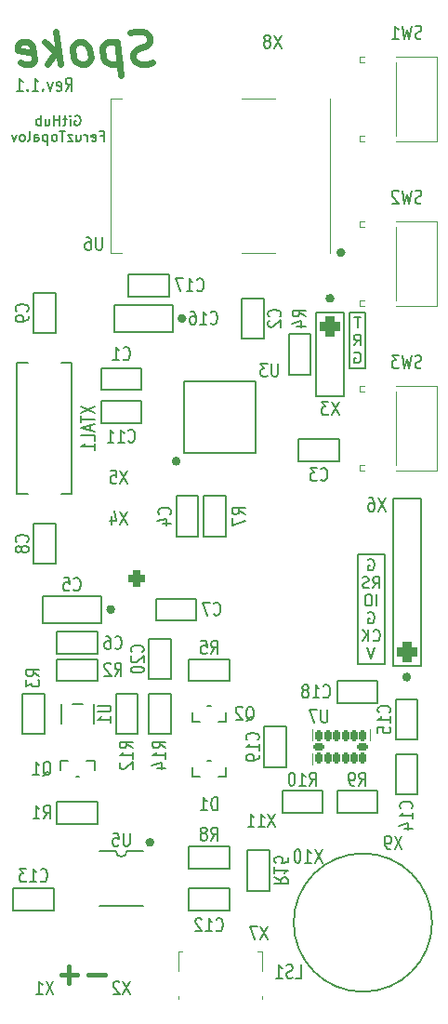
<source format=gbo>
G04 #@! TF.GenerationSoftware,KiCad,Pcbnew,(6.0.9)*
G04 #@! TF.CreationDate,2024-01-28T17:54:01+01:00*
G04 #@! TF.ProjectId,Spoke,53706f6b-652e-46b6-9963-61645f706362,1.1*
G04 #@! TF.SameCoordinates,PX5f5e100PY5f5e100*
G04 #@! TF.FileFunction,Legend,Bot*
G04 #@! TF.FilePolarity,Positive*
%FSLAX46Y46*%
G04 Gerber Fmt 4.6, Leading zero omitted, Abs format (unit mm)*
G04 Created by KiCad (PCBNEW (6.0.9)) date 2024-01-28 17:54:01*
%MOMM*%
%LPD*%
G01*
G04 APERTURE LIST*
G04 Aperture macros list*
%AMRoundRect*
0 Rectangle with rounded corners*
0 $1 Rounding radius*
0 $2 $3 $4 $5 $6 $7 $8 $9 X,Y pos of 4 corners*
0 Add a 4 corners polygon primitive as box body*
4,1,4,$2,$3,$4,$5,$6,$7,$8,$9,$2,$3,0*
0 Add four circle primitives for the rounded corners*
1,1,$1+$1,$2,$3*
1,1,$1+$1,$4,$5*
1,1,$1+$1,$6,$7*
1,1,$1+$1,$8,$9*
0 Add four rect primitives between the rounded corners*
20,1,$1+$1,$2,$3,$4,$5,0*
20,1,$1+$1,$4,$5,$6,$7,0*
20,1,$1+$1,$6,$7,$8,$9,0*
20,1,$1+$1,$8,$9,$2,$3,0*%
G04 Aperture macros list end*
%ADD10C,0.400000*%
%ADD11C,0.150000*%
%ADD12C,0.600000*%
%ADD13C,0.180000*%
%ADD14C,0.200000*%
%ADD15C,0.120000*%
%ADD16RoundRect,0.375000X-0.375000X-0.375000X0.375000X-0.375000X0.375000X0.375000X-0.375000X0.375000X0*%
%ADD17C,1.500000*%
%ADD18R,1.500000X1.300000*%
%ADD19R,0.900000X2.000000*%
%ADD20C,2.000000*%
%ADD21R,1.300000X1.500000*%
%ADD22R,0.600000X1.100000*%
%ADD23R,2.200000X0.600000*%
%ADD24R,2.290000X3.000000*%
%ADD25R,0.450000X1.380000*%
%ADD26R,1.425000X1.550000*%
%ADD27R,2.200000X1.800000*%
%ADD28R,1.000000X1.400000*%
%ADD29C,1.750000*%
%ADD30C,2.500000*%
%ADD31C,1.800000*%
%ADD32RoundRect,0.150000X0.150000X-0.325000X0.150000X0.325000X-0.150000X0.325000X-0.150000X-0.325000X0*%
%ADD33RoundRect,0.150000X0.325000X-0.150000X0.325000X0.150000X-0.325000X0.150000X-0.325000X-0.150000X0*%
%ADD34RoundRect,0.450000X0.450000X-0.450000X0.450000X0.450000X-0.450000X0.450000X-0.450000X-0.450000X0*%
%ADD35O,2.400000X4.000000*%
%ADD36RoundRect,0.450000X-0.450000X0.450000X-0.450000X-0.450000X0.450000X-0.450000X0.450000X0.450000X0*%
%ADD37O,2.600000X4.000000*%
%ADD38R,2.000000X6.000000*%
%ADD39R,1.200000X0.300000*%
%ADD40R,0.300000X1.200000*%
%ADD41R,1.700000X1.800000*%
G04 APERTURE END LIST*
D10*
X-13000000Y-42750000D02*
X-14500000Y-42750000D01*
X-10500000Y-42750000D02*
X-12000000Y-42750000D01*
D11*
X11750000Y12500000D02*
X13250000Y12500000D01*
X13250000Y12500000D02*
X13250000Y17500000D01*
X13250000Y17500000D02*
X11750000Y17500000D01*
X11750000Y17500000D02*
X11750000Y12500000D01*
X12500000Y-14500000D02*
X15000000Y-14500000D01*
X15000000Y-14500000D02*
X15000000Y-4500000D01*
X15000000Y-4500000D02*
X12500000Y-4500000D01*
X12500000Y-4500000D02*
X12500000Y-14500000D01*
D10*
X-13750000Y-42000000D02*
X-13750000Y-43500000D01*
D12*
X-6162411Y40285715D02*
X-6573125Y40142858D01*
X-7287411Y40142858D01*
X-7590983Y40285715D01*
X-7751697Y40428572D01*
X-7930268Y40714286D01*
X-7965983Y41000000D01*
X-7858840Y41285715D01*
X-7733840Y41428572D01*
X-7465983Y41571429D01*
X-6912411Y41714286D01*
X-6644554Y41857143D01*
X-6519554Y42000000D01*
X-6412411Y42285715D01*
X-6448125Y42571429D01*
X-6626697Y42857143D01*
X-6787411Y43000000D01*
X-7090983Y43142858D01*
X-7805268Y43142858D01*
X-8215983Y43000000D01*
X-9394554Y42142858D02*
X-9019554Y39142858D01*
X-9376697Y42000000D02*
X-9680268Y42142858D01*
X-10251697Y42142858D01*
X-10519554Y42000000D01*
X-10644554Y41857143D01*
X-10751697Y41571429D01*
X-10644554Y40714286D01*
X-10465983Y40428572D01*
X-10305268Y40285715D01*
X-10001697Y40142858D01*
X-9430268Y40142858D01*
X-9162411Y40285715D01*
X-12287411Y40142858D02*
X-12019554Y40285715D01*
X-11894554Y40428572D01*
X-11787411Y40714286D01*
X-11894554Y41571429D01*
X-12073125Y41857143D01*
X-12233840Y42000000D01*
X-12537411Y42142858D01*
X-12965983Y42142858D01*
X-13233840Y42000000D01*
X-13358840Y41857143D01*
X-13465983Y41571429D01*
X-13358840Y40714286D01*
X-13180268Y40428572D01*
X-13019554Y40285715D01*
X-12715983Y40142858D01*
X-12287411Y40142858D01*
X-14573125Y40142858D02*
X-14948125Y43142858D01*
X-15001697Y41285715D02*
X-15715983Y40142858D01*
X-15965983Y42142858D02*
X-14680268Y41000000D01*
X-18162411Y40285715D02*
X-17858840Y40142858D01*
X-17287411Y40142858D01*
X-17019554Y40285715D01*
X-16912411Y40571429D01*
X-17055268Y41714286D01*
X-17233840Y42000000D01*
X-17537411Y42142858D01*
X-18108840Y42142858D01*
X-18376697Y42000000D01*
X-18483840Y41714286D01*
X-18448125Y41428572D01*
X-16983840Y41142858D01*
D13*
X-13228572Y35424500D02*
X-13142858Y35467358D01*
X-13014286Y35467358D01*
X-12885715Y35424500D01*
X-12800000Y35338786D01*
X-12757143Y35253072D01*
X-12714286Y35081643D01*
X-12714286Y34953072D01*
X-12757143Y34781643D01*
X-12800000Y34695929D01*
X-12885715Y34610215D01*
X-13014286Y34567358D01*
X-13100000Y34567358D01*
X-13228572Y34610215D01*
X-13271429Y34653072D01*
X-13271429Y34953072D01*
X-13100000Y34953072D01*
X-13657143Y34567358D02*
X-13657143Y35167358D01*
X-13657143Y35467358D02*
X-13614286Y35424500D01*
X-13657143Y35381643D01*
X-13700000Y35424500D01*
X-13657143Y35467358D01*
X-13657143Y35381643D01*
X-13957143Y35167358D02*
X-14300000Y35167358D01*
X-14085715Y35467358D02*
X-14085715Y34695929D01*
X-14128572Y34610215D01*
X-14214286Y34567358D01*
X-14300000Y34567358D01*
X-14600000Y34567358D02*
X-14600000Y35467358D01*
X-14600000Y35038786D02*
X-15114286Y35038786D01*
X-15114286Y34567358D02*
X-15114286Y35467358D01*
X-15928572Y35167358D02*
X-15928572Y34567358D01*
X-15542858Y35167358D02*
X-15542858Y34695929D01*
X-15585715Y34610215D01*
X-15671429Y34567358D01*
X-15800000Y34567358D01*
X-15885715Y34610215D01*
X-15928572Y34653072D01*
X-16357143Y34567358D02*
X-16357143Y35467358D01*
X-16357143Y35124500D02*
X-16442858Y35167358D01*
X-16614286Y35167358D01*
X-16700000Y35124500D01*
X-16742858Y35081643D01*
X-16785715Y34995929D01*
X-16785715Y34738786D01*
X-16742858Y34653072D01*
X-16700000Y34610215D01*
X-16614286Y34567358D01*
X-16442858Y34567358D01*
X-16357143Y34610215D01*
X-10892858Y33589786D02*
X-10592858Y33589786D01*
X-10592858Y33118358D02*
X-10592858Y34018358D01*
X-11021429Y34018358D01*
X-11707143Y33161215D02*
X-11621429Y33118358D01*
X-11450000Y33118358D01*
X-11364286Y33161215D01*
X-11321429Y33246929D01*
X-11321429Y33589786D01*
X-11364286Y33675500D01*
X-11450000Y33718358D01*
X-11621429Y33718358D01*
X-11707143Y33675500D01*
X-11750000Y33589786D01*
X-11750000Y33504072D01*
X-11321429Y33418358D01*
X-12135715Y33118358D02*
X-12135715Y33718358D01*
X-12135715Y33546929D02*
X-12178572Y33632643D01*
X-12221429Y33675500D01*
X-12307143Y33718358D01*
X-12392858Y33718358D01*
X-13078572Y33718358D02*
X-13078572Y33118358D01*
X-12692858Y33718358D02*
X-12692858Y33246929D01*
X-12735715Y33161215D01*
X-12821429Y33118358D01*
X-12950000Y33118358D01*
X-13035715Y33161215D01*
X-13078572Y33204072D01*
X-13421429Y33718358D02*
X-13892858Y33718358D01*
X-13421429Y33118358D01*
X-13892858Y33118358D01*
X-14107143Y34018358D02*
X-14621429Y34018358D01*
X-14364286Y33118358D02*
X-14364286Y34018358D01*
X-15050000Y33118358D02*
X-14964286Y33161215D01*
X-14921429Y33204072D01*
X-14878572Y33289786D01*
X-14878572Y33546929D01*
X-14921429Y33632643D01*
X-14964286Y33675500D01*
X-15050000Y33718358D01*
X-15178572Y33718358D01*
X-15264286Y33675500D01*
X-15307143Y33632643D01*
X-15350000Y33546929D01*
X-15350000Y33289786D01*
X-15307143Y33204072D01*
X-15264286Y33161215D01*
X-15178572Y33118358D01*
X-15050000Y33118358D01*
X-15735715Y33718358D02*
X-15735715Y32818358D01*
X-15735715Y33675500D02*
X-15821429Y33718358D01*
X-15992858Y33718358D01*
X-16078572Y33675500D01*
X-16121429Y33632643D01*
X-16164286Y33546929D01*
X-16164286Y33289786D01*
X-16121429Y33204072D01*
X-16078572Y33161215D01*
X-15992858Y33118358D01*
X-15821429Y33118358D01*
X-15735715Y33161215D01*
X-16935715Y33118358D02*
X-16935715Y33589786D01*
X-16892858Y33675500D01*
X-16807143Y33718358D01*
X-16635715Y33718358D01*
X-16550000Y33675500D01*
X-16935715Y33161215D02*
X-16850000Y33118358D01*
X-16635715Y33118358D01*
X-16550000Y33161215D01*
X-16507143Y33246929D01*
X-16507143Y33332643D01*
X-16550000Y33418358D01*
X-16635715Y33461215D01*
X-16850000Y33461215D01*
X-16935715Y33504072D01*
X-17492858Y33118358D02*
X-17407143Y33161215D01*
X-17364286Y33246929D01*
X-17364286Y34018358D01*
X-17964286Y33118358D02*
X-17878572Y33161215D01*
X-17835715Y33204072D01*
X-17792858Y33289786D01*
X-17792858Y33546929D01*
X-17835715Y33632643D01*
X-17878572Y33675500D01*
X-17964286Y33718358D01*
X-18092858Y33718358D01*
X-18178572Y33675500D01*
X-18221429Y33632643D01*
X-18264286Y33546929D01*
X-18264286Y33289786D01*
X-18221429Y33204072D01*
X-18178572Y33161215D01*
X-18092858Y33118358D01*
X-17964286Y33118358D01*
X-18564286Y33718358D02*
X-18778572Y33118358D01*
X-18992858Y33718358D01*
D11*
X13488095Y-4975000D02*
X13583333Y-4927380D01*
X13726190Y-4927380D01*
X13869047Y-4975000D01*
X13964285Y-5070238D01*
X14011904Y-5165476D01*
X14059523Y-5355952D01*
X14059523Y-5498809D01*
X14011904Y-5689285D01*
X13964285Y-5784523D01*
X13869047Y-5879761D01*
X13726190Y-5927380D01*
X13630952Y-5927380D01*
X13488095Y-5879761D01*
X13440476Y-5832142D01*
X13440476Y-5498809D01*
X13630952Y-5498809D01*
X13916666Y-7537380D02*
X14250000Y-7061190D01*
X14488095Y-7537380D02*
X14488095Y-6537380D01*
X14107142Y-6537380D01*
X14011904Y-6585000D01*
X13964285Y-6632619D01*
X13916666Y-6727857D01*
X13916666Y-6870714D01*
X13964285Y-6965952D01*
X14011904Y-7013571D01*
X14107142Y-7061190D01*
X14488095Y-7061190D01*
X13535714Y-7489761D02*
X13392857Y-7537380D01*
X13154761Y-7537380D01*
X13059523Y-7489761D01*
X13011904Y-7442142D01*
X12964285Y-7346904D01*
X12964285Y-7251666D01*
X13011904Y-7156428D01*
X13059523Y-7108809D01*
X13154761Y-7061190D01*
X13345238Y-7013571D01*
X13440476Y-6965952D01*
X13488095Y-6918333D01*
X13535714Y-6823095D01*
X13535714Y-6727857D01*
X13488095Y-6632619D01*
X13440476Y-6585000D01*
X13345238Y-6537380D01*
X13107142Y-6537380D01*
X12964285Y-6585000D01*
X14273809Y-9147380D02*
X14273809Y-8147380D01*
X13607142Y-8147380D02*
X13416666Y-8147380D01*
X13321428Y-8195000D01*
X13226190Y-8290238D01*
X13178571Y-8480714D01*
X13178571Y-8814047D01*
X13226190Y-9004523D01*
X13321428Y-9099761D01*
X13416666Y-9147380D01*
X13607142Y-9147380D01*
X13702380Y-9099761D01*
X13797619Y-9004523D01*
X13845238Y-8814047D01*
X13845238Y-8480714D01*
X13797619Y-8290238D01*
X13702380Y-8195000D01*
X13607142Y-8147380D01*
X13488095Y-9805000D02*
X13583333Y-9757380D01*
X13726190Y-9757380D01*
X13869047Y-9805000D01*
X13964285Y-9900238D01*
X14011904Y-9995476D01*
X14059523Y-10185952D01*
X14059523Y-10328809D01*
X14011904Y-10519285D01*
X13964285Y-10614523D01*
X13869047Y-10709761D01*
X13726190Y-10757380D01*
X13630952Y-10757380D01*
X13488095Y-10709761D01*
X13440476Y-10662142D01*
X13440476Y-10328809D01*
X13630952Y-10328809D01*
X13940476Y-12272142D02*
X13988095Y-12319761D01*
X14130952Y-12367380D01*
X14226190Y-12367380D01*
X14369047Y-12319761D01*
X14464285Y-12224523D01*
X14511904Y-12129285D01*
X14559523Y-11938809D01*
X14559523Y-11795952D01*
X14511904Y-11605476D01*
X14464285Y-11510238D01*
X14369047Y-11415000D01*
X14226190Y-11367380D01*
X14130952Y-11367380D01*
X13988095Y-11415000D01*
X13940476Y-11462619D01*
X13511904Y-12367380D02*
X13511904Y-11367380D01*
X12940476Y-12367380D02*
X13369047Y-11795952D01*
X12940476Y-11367380D02*
X13511904Y-11938809D01*
X14083333Y-12977380D02*
X13750000Y-13977380D01*
X13416666Y-12977380D01*
X12785714Y17157620D02*
X12214285Y17157620D01*
X12500000Y16157620D02*
X12500000Y17157620D01*
X12190476Y14547620D02*
X12523809Y15023810D01*
X12761904Y14547620D02*
X12761904Y15547620D01*
X12380952Y15547620D01*
X12285714Y15500000D01*
X12238095Y15452381D01*
X12190476Y15357143D01*
X12190476Y15214286D01*
X12238095Y15119048D01*
X12285714Y15071429D01*
X12380952Y15023810D01*
X12761904Y15023810D01*
X12238095Y13890000D02*
X12333333Y13937620D01*
X12476190Y13937620D01*
X12619047Y13890000D01*
X12714285Y13794762D01*
X12761904Y13699524D01*
X12809523Y13509048D01*
X12809523Y13366191D01*
X12761904Y13175715D01*
X12714285Y13080477D01*
X12619047Y12985239D01*
X12476190Y12937620D01*
X12380952Y12937620D01*
X12238095Y12985239D01*
X12190476Y13032858D01*
X12190476Y13366191D01*
X12380952Y13366191D01*
D14*
X-14071429Y37707143D02*
X-13738096Y38278572D01*
X-13500000Y37707143D02*
X-13500000Y38907143D01*
X-13880953Y38907143D01*
X-13976191Y38850000D01*
X-14023810Y38792858D01*
X-14071429Y38678572D01*
X-14071429Y38507143D01*
X-14023810Y38392858D01*
X-13976191Y38335715D01*
X-13880953Y38278572D01*
X-13500000Y38278572D01*
X-14880953Y37764286D02*
X-14785715Y37707143D01*
X-14595239Y37707143D01*
X-14500000Y37764286D01*
X-14452381Y37878572D01*
X-14452381Y38335715D01*
X-14500000Y38450000D01*
X-14595239Y38507143D01*
X-14785715Y38507143D01*
X-14880953Y38450000D01*
X-14928572Y38335715D01*
X-14928572Y38221429D01*
X-14452381Y38107143D01*
X-15261905Y38507143D02*
X-15500000Y37707143D01*
X-15738096Y38507143D01*
X-16119048Y37821429D02*
X-16166667Y37764286D01*
X-16119048Y37707143D01*
X-16071429Y37764286D01*
X-16119048Y37821429D01*
X-16119048Y37707143D01*
X-17119048Y37707143D02*
X-16547620Y37707143D01*
X-16833334Y37707143D02*
X-16833334Y38907143D01*
X-16738096Y38735715D01*
X-16642858Y38621429D01*
X-16547620Y38564286D01*
X-17547620Y37821429D02*
X-17595239Y37764286D01*
X-17547620Y37707143D01*
X-17500000Y37764286D01*
X-17547620Y37821429D01*
X-17547620Y37707143D01*
X-18547620Y37707143D02*
X-17976191Y37707143D01*
X-18261905Y37707143D02*
X-18261905Y38907143D01*
X-18166667Y38735715D01*
X-18071429Y38621429D01*
X-17976191Y38564286D01*
G04 #@! TO.C,R14*
X-4957143Y-22107142D02*
X-5528572Y-21773809D01*
X-4957143Y-21535714D02*
X-6157143Y-21535714D01*
X-6157143Y-21916666D01*
X-6100000Y-22011904D01*
X-6042858Y-22059523D01*
X-5928572Y-22107142D01*
X-5757143Y-22107142D01*
X-5642858Y-22059523D01*
X-5585715Y-22011904D01*
X-5528572Y-21916666D01*
X-5528572Y-21535714D01*
X-4957143Y-23059523D02*
X-4957143Y-22488095D01*
X-4957143Y-22773809D02*
X-6157143Y-22773809D01*
X-5985715Y-22678571D01*
X-5871429Y-22583333D01*
X-5814286Y-22488095D01*
X-5757143Y-23916666D02*
X-4957143Y-23916666D01*
X-6214286Y-23678571D02*
X-5357143Y-23440476D01*
X-5357143Y-24059523D01*
G04 #@! TO.C,U6*
X-10738096Y24407143D02*
X-10738096Y23435715D01*
X-10785715Y23321429D01*
X-10833334Y23264286D01*
X-10928572Y23207143D01*
X-11119048Y23207143D01*
X-11214286Y23264286D01*
X-11261905Y23321429D01*
X-11309524Y23435715D01*
X-11309524Y24407143D01*
X-12214286Y24407143D02*
X-12023810Y24407143D01*
X-11928572Y24350000D01*
X-11880953Y24292858D01*
X-11785715Y24121429D01*
X-11738096Y23892858D01*
X-11738096Y23435715D01*
X-11785715Y23321429D01*
X-11833334Y23264286D01*
X-11928572Y23207143D01*
X-12119048Y23207143D01*
X-12214286Y23264286D01*
X-12261905Y23321429D01*
X-12309524Y23435715D01*
X-12309524Y23721429D01*
X-12261905Y23835715D01*
X-12214286Y23892858D01*
X-12119048Y23950000D01*
X-11928572Y23950000D01*
X-11833334Y23892858D01*
X-11785715Y23835715D01*
X-11738096Y23721429D01*
G04 #@! TO.C,X11*
X5035714Y-28092857D02*
X4369047Y-29292857D01*
X4369047Y-28092857D02*
X5035714Y-29292857D01*
X3464285Y-29292857D02*
X4035714Y-29292857D01*
X3750000Y-29292857D02*
X3750000Y-28092857D01*
X3845238Y-28264285D01*
X3940476Y-28378571D01*
X4035714Y-28435714D01*
X2511904Y-29292857D02*
X3083333Y-29292857D01*
X2797619Y-29292857D02*
X2797619Y-28092857D01*
X2892857Y-28264285D01*
X2988095Y-28378571D01*
X3083333Y-28435714D01*
G04 #@! TO.C,C17*
X-2107143Y19571429D02*
X-2059524Y19514286D01*
X-1916667Y19457143D01*
X-1821429Y19457143D01*
X-1678572Y19514286D01*
X-1583334Y19628572D01*
X-1535715Y19742858D01*
X-1488096Y19971429D01*
X-1488096Y20142858D01*
X-1535715Y20371429D01*
X-1583334Y20485715D01*
X-1678572Y20600000D01*
X-1821429Y20657143D01*
X-1916667Y20657143D01*
X-2059524Y20600000D01*
X-2107143Y20542858D01*
X-3059524Y19457143D02*
X-2488096Y19457143D01*
X-2773810Y19457143D02*
X-2773810Y20657143D01*
X-2678572Y20485715D01*
X-2583334Y20371429D01*
X-2488096Y20314286D01*
X-3392858Y20657143D02*
X-4059524Y20657143D01*
X-3630953Y19457143D01*
G04 #@! TO.C,U1*
X-11157143Y-18238095D02*
X-10185715Y-18238095D01*
X-10071429Y-18285714D01*
X-10014286Y-18333333D01*
X-9957143Y-18428571D01*
X-9957143Y-18619047D01*
X-10014286Y-18714285D01*
X-10071429Y-18761904D01*
X-10185715Y-18809523D01*
X-11157143Y-18809523D01*
X-9957143Y-19809523D02*
X-9957143Y-19238095D01*
X-9957143Y-19523809D02*
X-11157143Y-19523809D01*
X-10985715Y-19428571D01*
X-10871429Y-19333333D01*
X-10814286Y-19238095D01*
G04 #@! TO.C,R7*
X2292857Y-833333D02*
X1721428Y-500000D01*
X2292857Y-261904D02*
X1092857Y-261904D01*
X1092857Y-642857D01*
X1150000Y-738095D01*
X1207142Y-785714D01*
X1321428Y-833333D01*
X1492857Y-833333D01*
X1607142Y-785714D01*
X1664285Y-738095D01*
X1721428Y-642857D01*
X1721428Y-261904D01*
X1092857Y-1166666D02*
X1092857Y-1833333D01*
X2292857Y-1404761D01*
G04 #@! TO.C,U5*
X-8238096Y-29842857D02*
X-8238096Y-30814285D01*
X-8285715Y-30928571D01*
X-8333334Y-30985714D01*
X-8428572Y-31042857D01*
X-8619048Y-31042857D01*
X-8714286Y-30985714D01*
X-8761905Y-30928571D01*
X-8809524Y-30814285D01*
X-8809524Y-29842857D01*
X-9761905Y-29842857D02*
X-9285715Y-29842857D01*
X-9238096Y-30414285D01*
X-9285715Y-30357142D01*
X-9380953Y-30300000D01*
X-9619048Y-30300000D01*
X-9714286Y-30357142D01*
X-9761905Y-30414285D01*
X-9809524Y-30528571D01*
X-9809524Y-30814285D01*
X-9761905Y-30928571D01*
X-9714286Y-30985714D01*
X-9619048Y-31042857D01*
X-9380953Y-31042857D01*
X-9285715Y-30985714D01*
X-9238096Y-30928571D01*
G04 #@! TO.C,C9*
X-17571429Y17666667D02*
X-17514286Y17714286D01*
X-17457143Y17857143D01*
X-17457143Y17952381D01*
X-17514286Y18095239D01*
X-17628572Y18190477D01*
X-17742858Y18238096D01*
X-17971429Y18285715D01*
X-18142858Y18285715D01*
X-18371429Y18238096D01*
X-18485715Y18190477D01*
X-18600000Y18095239D01*
X-18657143Y17952381D01*
X-18657143Y17857143D01*
X-18600000Y17714286D01*
X-18542858Y17666667D01*
X-17457143Y17190477D02*
X-17457143Y17000000D01*
X-17514286Y16904762D01*
X-17571429Y16857143D01*
X-17742858Y16761905D01*
X-17971429Y16714286D01*
X-18428572Y16714286D01*
X-18542858Y16761905D01*
X-18600000Y16809524D01*
X-18657143Y16904762D01*
X-18657143Y17095239D01*
X-18600000Y17190477D01*
X-18542858Y17238096D01*
X-18428572Y17285715D01*
X-18142858Y17285715D01*
X-18028572Y17238096D01*
X-17971429Y17190477D01*
X-17914286Y17095239D01*
X-17914286Y16904762D01*
X-17971429Y16809524D01*
X-18028572Y16761905D01*
X-18142858Y16714286D01*
G04 #@! TO.C,X7*
X4309523Y-38342857D02*
X3642857Y-39542857D01*
X3642857Y-38342857D02*
X4309523Y-39542857D01*
X3357142Y-38342857D02*
X2690476Y-38342857D01*
X3119047Y-39542857D01*
G04 #@! TO.C,R8*
X-833334Y-30542857D02*
X-500000Y-29971428D01*
X-261905Y-30542857D02*
X-261905Y-29342857D01*
X-642858Y-29342857D01*
X-738096Y-29400000D01*
X-785715Y-29457142D01*
X-833334Y-29571428D01*
X-833334Y-29742857D01*
X-785715Y-29857142D01*
X-738096Y-29914285D01*
X-642858Y-29971428D01*
X-261905Y-29971428D01*
X-1404762Y-29857142D02*
X-1309524Y-29800000D01*
X-1261905Y-29742857D01*
X-1214286Y-29628571D01*
X-1214286Y-29571428D01*
X-1261905Y-29457142D01*
X-1309524Y-29400000D01*
X-1404762Y-29342857D01*
X-1595239Y-29342857D01*
X-1690477Y-29400000D01*
X-1738096Y-29457142D01*
X-1785715Y-29571428D01*
X-1785715Y-29628571D01*
X-1738096Y-29742857D01*
X-1690477Y-29800000D01*
X-1595239Y-29857142D01*
X-1404762Y-29857142D01*
X-1309524Y-29914285D01*
X-1261905Y-29971428D01*
X-1214286Y-30085714D01*
X-1214286Y-30314285D01*
X-1261905Y-30428571D01*
X-1309524Y-30485714D01*
X-1404762Y-30542857D01*
X-1595239Y-30542857D01*
X-1690477Y-30485714D01*
X-1738096Y-30428571D01*
X-1785715Y-30314285D01*
X-1785715Y-30085714D01*
X-1738096Y-29971428D01*
X-1690477Y-29914285D01*
X-1595239Y-29857142D01*
G04 #@! TO.C,C12*
X-357143Y-38678571D02*
X-309524Y-38735714D01*
X-166667Y-38792857D01*
X-71429Y-38792857D01*
X71428Y-38735714D01*
X166666Y-38621428D01*
X214285Y-38507142D01*
X261904Y-38278571D01*
X261904Y-38107142D01*
X214285Y-37878571D01*
X166666Y-37764285D01*
X71428Y-37650000D01*
X-71429Y-37592857D01*
X-166667Y-37592857D01*
X-309524Y-37650000D01*
X-357143Y-37707142D01*
X-1309524Y-38792857D02*
X-738096Y-38792857D01*
X-1023810Y-38792857D02*
X-1023810Y-37592857D01*
X-928572Y-37764285D01*
X-833334Y-37878571D01*
X-738096Y-37935714D01*
X-1690477Y-37707142D02*
X-1738096Y-37650000D01*
X-1833334Y-37592857D01*
X-2071429Y-37592857D01*
X-2166667Y-37650000D01*
X-2214286Y-37707142D01*
X-2261905Y-37821428D01*
X-2261905Y-37935714D01*
X-2214286Y-38107142D01*
X-1642858Y-38792857D01*
X-2261905Y-38792857D01*
G04 #@! TO.C,X10*
X9285714Y-31342857D02*
X8619047Y-32542857D01*
X8619047Y-31342857D02*
X9285714Y-32542857D01*
X7714285Y-32542857D02*
X8285714Y-32542857D01*
X8000000Y-32542857D02*
X8000000Y-31342857D01*
X8095238Y-31514285D01*
X8190476Y-31628571D01*
X8285714Y-31685714D01*
X7095238Y-31342857D02*
X7000000Y-31342857D01*
X6904761Y-31400000D01*
X6857142Y-31457142D01*
X6809523Y-31571428D01*
X6761904Y-31800000D01*
X6761904Y-32085714D01*
X6809523Y-32314285D01*
X6857142Y-32428571D01*
X6904761Y-32485714D01*
X7000000Y-32542857D01*
X7095238Y-32542857D01*
X7190476Y-32485714D01*
X7238095Y-32428571D01*
X7285714Y-32314285D01*
X7333333Y-32085714D01*
X7333333Y-31800000D01*
X7285714Y-31571428D01*
X7238095Y-31457142D01*
X7190476Y-31400000D01*
X7095238Y-31342857D01*
G04 #@! TO.C,C6*
X-9583334Y-13004771D02*
X-9535715Y-13061914D01*
X-9392858Y-13119057D01*
X-9297620Y-13119057D01*
X-9154762Y-13061914D01*
X-9059524Y-12947628D01*
X-9011905Y-12833342D01*
X-8964286Y-12604771D01*
X-8964286Y-12433342D01*
X-9011905Y-12204771D01*
X-9059524Y-12090485D01*
X-9154762Y-11976200D01*
X-9297620Y-11919057D01*
X-9392858Y-11919057D01*
X-9535715Y-11976200D01*
X-9583334Y-12033342D01*
X-10440477Y-11919057D02*
X-10250000Y-11919057D01*
X-10154762Y-11976200D01*
X-10107143Y-12033342D01*
X-10011905Y-12204771D01*
X-9964286Y-12433342D01*
X-9964286Y-12890485D01*
X-10011905Y-13004771D01*
X-10059524Y-13061914D01*
X-10154762Y-13119057D01*
X-10345239Y-13119057D01*
X-10440477Y-13061914D01*
X-10488096Y-13004771D01*
X-10535715Y-12890485D01*
X-10535715Y-12604771D01*
X-10488096Y-12490485D01*
X-10440477Y-12433342D01*
X-10345239Y-12376200D01*
X-10154762Y-12376200D01*
X-10059524Y-12433342D01*
X-10011905Y-12490485D01*
X-9964286Y-12604771D01*
G04 #@! TO.C,R1*
X-16083334Y-28542857D02*
X-15750000Y-27971428D01*
X-15511905Y-28542857D02*
X-15511905Y-27342857D01*
X-15892858Y-27342857D01*
X-15988096Y-27400000D01*
X-16035715Y-27457142D01*
X-16083334Y-27571428D01*
X-16083334Y-27742857D01*
X-16035715Y-27857142D01*
X-15988096Y-27914285D01*
X-15892858Y-27971428D01*
X-15511905Y-27971428D01*
X-17035715Y-28542857D02*
X-16464286Y-28542857D01*
X-16750000Y-28542857D02*
X-16750000Y-27342857D01*
X-16654762Y-27514285D01*
X-16559524Y-27628571D01*
X-16464286Y-27685714D01*
G04 #@! TO.C,R5*
X-833334Y-13542857D02*
X-500000Y-12971428D01*
X-261905Y-13542857D02*
X-261905Y-12342857D01*
X-642858Y-12342857D01*
X-738096Y-12400000D01*
X-785715Y-12457142D01*
X-833334Y-12571428D01*
X-833334Y-12742857D01*
X-785715Y-12857142D01*
X-738096Y-12914285D01*
X-642858Y-12971428D01*
X-261905Y-12971428D01*
X-1738096Y-12342857D02*
X-1261905Y-12342857D01*
X-1214286Y-12914285D01*
X-1261905Y-12857142D01*
X-1357143Y-12800000D01*
X-1595239Y-12800000D01*
X-1690477Y-12857142D01*
X-1738096Y-12914285D01*
X-1785715Y-13028571D01*
X-1785715Y-13314285D01*
X-1738096Y-13428571D01*
X-1690477Y-13485714D01*
X-1595239Y-13542857D01*
X-1357143Y-13542857D01*
X-1261905Y-13485714D01*
X-1214286Y-13428571D01*
G04 #@! TO.C,Q1*
X-16154762Y-24657142D02*
X-16059524Y-24600000D01*
X-15964286Y-24485714D01*
X-15821429Y-24314285D01*
X-15726191Y-24257142D01*
X-15630953Y-24257142D01*
X-15678572Y-24542857D02*
X-15583334Y-24485714D01*
X-15488096Y-24371428D01*
X-15440477Y-24142857D01*
X-15440477Y-23742857D01*
X-15488096Y-23514285D01*
X-15583334Y-23400000D01*
X-15678572Y-23342857D01*
X-15869048Y-23342857D01*
X-15964286Y-23400000D01*
X-16059524Y-23514285D01*
X-16107143Y-23742857D01*
X-16107143Y-24142857D01*
X-16059524Y-24371428D01*
X-15964286Y-24485714D01*
X-15869048Y-24542857D01*
X-15678572Y-24542857D01*
X-17059524Y-24542857D02*
X-16488096Y-24542857D01*
X-16773810Y-24542857D02*
X-16773810Y-23342857D01*
X-16678572Y-23514285D01*
X-16583334Y-23628571D01*
X-16488096Y-23685714D01*
G04 #@! TO.C,SW3*
X18333333Y12514286D02*
X18190476Y12457143D01*
X17952380Y12457143D01*
X17857142Y12514286D01*
X17809523Y12571429D01*
X17761904Y12685715D01*
X17761904Y12800000D01*
X17809523Y12914286D01*
X17857142Y12971429D01*
X17952380Y13028572D01*
X18142857Y13085715D01*
X18238095Y13142858D01*
X18285714Y13200000D01*
X18333333Y13314286D01*
X18333333Y13428572D01*
X18285714Y13542858D01*
X18238095Y13600000D01*
X18142857Y13657143D01*
X17904761Y13657143D01*
X17761904Y13600000D01*
X17428571Y13657143D02*
X17190476Y12457143D01*
X17000000Y13314286D01*
X16809523Y12457143D01*
X16571428Y13657143D01*
X16285714Y13657143D02*
X15666666Y13657143D01*
X16000000Y13200000D01*
X15857142Y13200000D01*
X15761904Y13142858D01*
X15714285Y13085715D01*
X15666666Y12971429D01*
X15666666Y12685715D01*
X15714285Y12571429D01*
X15761904Y12514286D01*
X15857142Y12457143D01*
X16142857Y12457143D01*
X16238095Y12514286D01*
X16285714Y12571429D01*
G04 #@! TO.C,R4*
X7792857Y17166667D02*
X7221428Y17500000D01*
X7792857Y17738096D02*
X6592857Y17738096D01*
X6592857Y17357143D01*
X6650000Y17261905D01*
X6707142Y17214286D01*
X6821428Y17166667D01*
X6992857Y17166667D01*
X7107142Y17214286D01*
X7164285Y17261905D01*
X7221428Y17357143D01*
X7221428Y17738096D01*
X6992857Y16309524D02*
X7792857Y16309524D01*
X6535714Y16547620D02*
X7392857Y16785715D01*
X7392857Y16166667D01*
G04 #@! TO.C,LS1*
X6892857Y-43042857D02*
X7369047Y-43042857D01*
X7369047Y-41842857D01*
X6607142Y-42985714D02*
X6464285Y-43042857D01*
X6226190Y-43042857D01*
X6130952Y-42985714D01*
X6083333Y-42928571D01*
X6035714Y-42814285D01*
X6035714Y-42700000D01*
X6083333Y-42585714D01*
X6130952Y-42528571D01*
X6226190Y-42471428D01*
X6416666Y-42414285D01*
X6511904Y-42357142D01*
X6559523Y-42300000D01*
X6607142Y-42185714D01*
X6607142Y-42071428D01*
X6559523Y-41957142D01*
X6511904Y-41900000D01*
X6416666Y-41842857D01*
X6178571Y-41842857D01*
X6035714Y-41900000D01*
X5083333Y-43042857D02*
X5654761Y-43042857D01*
X5369047Y-43042857D02*
X5369047Y-41842857D01*
X5464285Y-42014285D01*
X5559523Y-42128571D01*
X5654761Y-42185714D01*
G04 #@! TO.C,C14*
X17428571Y-27607142D02*
X17485714Y-27559523D01*
X17542857Y-27416666D01*
X17542857Y-27321428D01*
X17485714Y-27178571D01*
X17371428Y-27083333D01*
X17257142Y-27035714D01*
X17028571Y-26988095D01*
X16857142Y-26988095D01*
X16628571Y-27035714D01*
X16514285Y-27083333D01*
X16400000Y-27178571D01*
X16342857Y-27321428D01*
X16342857Y-27416666D01*
X16400000Y-27559523D01*
X16457142Y-27607142D01*
X17542857Y-28559523D02*
X17542857Y-27988095D01*
X17542857Y-28273809D02*
X16342857Y-28273809D01*
X16514285Y-28178571D01*
X16628571Y-28083333D01*
X16685714Y-27988095D01*
X16742857Y-29416666D02*
X17542857Y-29416666D01*
X16285714Y-29178571D02*
X17142857Y-28940476D01*
X17142857Y-29559523D01*
G04 #@! TO.C,R2*
X-9583334Y-15542857D02*
X-9250000Y-14971428D01*
X-9011905Y-15542857D02*
X-9011905Y-14342857D01*
X-9392858Y-14342857D01*
X-9488096Y-14400000D01*
X-9535715Y-14457142D01*
X-9583334Y-14571428D01*
X-9583334Y-14742857D01*
X-9535715Y-14857142D01*
X-9488096Y-14914285D01*
X-9392858Y-14971428D01*
X-9011905Y-14971428D01*
X-9964286Y-14457142D02*
X-10011905Y-14400000D01*
X-10107143Y-14342857D01*
X-10345239Y-14342857D01*
X-10440477Y-14400000D01*
X-10488096Y-14457142D01*
X-10535715Y-14571428D01*
X-10535715Y-14685714D01*
X-10488096Y-14857142D01*
X-9916667Y-15542857D01*
X-10535715Y-15542857D01*
G04 #@! TO.C,C19*
X3428571Y-21357142D02*
X3485714Y-21309523D01*
X3542857Y-21166666D01*
X3542857Y-21071428D01*
X3485714Y-20928571D01*
X3371428Y-20833333D01*
X3257142Y-20785714D01*
X3028571Y-20738095D01*
X2857142Y-20738095D01*
X2628571Y-20785714D01*
X2514285Y-20833333D01*
X2400000Y-20928571D01*
X2342857Y-21071428D01*
X2342857Y-21166666D01*
X2400000Y-21309523D01*
X2457142Y-21357142D01*
X3542857Y-22309523D02*
X3542857Y-21738095D01*
X3542857Y-22023809D02*
X2342857Y-22023809D01*
X2514285Y-21928571D01*
X2628571Y-21833333D01*
X2685714Y-21738095D01*
X3542857Y-22785714D02*
X3542857Y-22976190D01*
X3485714Y-23071428D01*
X3428571Y-23119047D01*
X3257142Y-23214285D01*
X3028571Y-23261904D01*
X2571428Y-23261904D01*
X2457142Y-23214285D01*
X2400000Y-23166666D01*
X2342857Y-23071428D01*
X2342857Y-22880952D01*
X2400000Y-22785714D01*
X2457142Y-22738095D01*
X2571428Y-22690476D01*
X2857142Y-22690476D01*
X2971428Y-22738095D01*
X3028571Y-22785714D01*
X3085714Y-22880952D01*
X3085714Y-23071428D01*
X3028571Y-23166666D01*
X2971428Y-23214285D01*
X2857142Y-23261904D01*
G04 #@! TO.C,C20*
X-7071429Y-13357142D02*
X-7014286Y-13309523D01*
X-6957143Y-13166666D01*
X-6957143Y-13071428D01*
X-7014286Y-12928571D01*
X-7128572Y-12833333D01*
X-7242858Y-12785714D01*
X-7471429Y-12738095D01*
X-7642858Y-12738095D01*
X-7871429Y-12785714D01*
X-7985715Y-12833333D01*
X-8100000Y-12928571D01*
X-8157143Y-13071428D01*
X-8157143Y-13166666D01*
X-8100000Y-13309523D01*
X-8042858Y-13357142D01*
X-8042858Y-13738095D02*
X-8100000Y-13785714D01*
X-8157143Y-13880952D01*
X-8157143Y-14119047D01*
X-8100000Y-14214285D01*
X-8042858Y-14261904D01*
X-7928572Y-14309523D01*
X-7814286Y-14309523D01*
X-7642858Y-14261904D01*
X-6957143Y-13690476D01*
X-6957143Y-14309523D01*
X-8157143Y-14928571D02*
X-8157143Y-15023809D01*
X-8100000Y-15119047D01*
X-8042858Y-15166666D01*
X-7928572Y-15214285D01*
X-7700000Y-15261904D01*
X-7414286Y-15261904D01*
X-7185715Y-15214285D01*
X-7071429Y-15166666D01*
X-7014286Y-15119047D01*
X-6957143Y-15023809D01*
X-6957143Y-14928571D01*
X-7014286Y-14833333D01*
X-7071429Y-14785714D01*
X-7185715Y-14738095D01*
X-7414286Y-14690476D01*
X-7700000Y-14690476D01*
X-7928572Y-14738095D01*
X-8042858Y-14785714D01*
X-8100000Y-14833333D01*
X-8157143Y-14928571D01*
G04 #@! TO.C,U7*
X9761904Y-18592857D02*
X9761904Y-19564285D01*
X9714285Y-19678571D01*
X9666666Y-19735714D01*
X9571428Y-19792857D01*
X9380952Y-19792857D01*
X9285714Y-19735714D01*
X9238095Y-19678571D01*
X9190476Y-19564285D01*
X9190476Y-18592857D01*
X8809523Y-18592857D02*
X8142857Y-18592857D01*
X8571428Y-19792857D01*
G04 #@! TO.C,R9*
X12666666Y-25542857D02*
X13000000Y-24971428D01*
X13238095Y-25542857D02*
X13238095Y-24342857D01*
X12857142Y-24342857D01*
X12761904Y-24400000D01*
X12714285Y-24457142D01*
X12666666Y-24571428D01*
X12666666Y-24742857D01*
X12714285Y-24857142D01*
X12761904Y-24914285D01*
X12857142Y-24971428D01*
X13238095Y-24971428D01*
X12190476Y-25542857D02*
X12000000Y-25542857D01*
X11904761Y-25485714D01*
X11857142Y-25428571D01*
X11761904Y-25257142D01*
X11714285Y-25028571D01*
X11714285Y-24571428D01*
X11761904Y-24457142D01*
X11809523Y-24400000D01*
X11904761Y-24342857D01*
X12095238Y-24342857D01*
X12190476Y-24400000D01*
X12238095Y-24457142D01*
X12285714Y-24571428D01*
X12285714Y-24857142D01*
X12238095Y-24971428D01*
X12190476Y-25028571D01*
X12095238Y-25085714D01*
X11904761Y-25085714D01*
X11809523Y-25028571D01*
X11761904Y-24971428D01*
X11714285Y-24857142D01*
G04 #@! TO.C,X6*
X15059523Y657143D02*
X14392857Y-542857D01*
X14392857Y657143D02*
X15059523Y-542857D01*
X13583333Y657143D02*
X13773809Y657143D01*
X13869047Y600000D01*
X13916666Y542858D01*
X14011904Y371429D01*
X14059523Y142858D01*
X14059523Y-314285D01*
X14011904Y-428571D01*
X13964285Y-485714D01*
X13869047Y-542857D01*
X13678571Y-542857D01*
X13583333Y-485714D01*
X13535714Y-428571D01*
X13488095Y-314285D01*
X13488095Y-28571D01*
X13535714Y85715D01*
X13583333Y142858D01*
X13678571Y200000D01*
X13869047Y200000D01*
X13964285Y142858D01*
X14011904Y85715D01*
X14059523Y-28571D01*
G04 #@! TO.C,X2*
X-8190477Y-43342857D02*
X-8857143Y-44542857D01*
X-8857143Y-43342857D02*
X-8190477Y-44542857D01*
X-9190477Y-43457142D02*
X-9238096Y-43400000D01*
X-9333334Y-43342857D01*
X-9571429Y-43342857D01*
X-9666667Y-43400000D01*
X-9714286Y-43457142D01*
X-9761905Y-43571428D01*
X-9761905Y-43685714D01*
X-9714286Y-43857142D01*
X-9142858Y-44542857D01*
X-9761905Y-44542857D01*
G04 #@! TO.C,X3*
X10809523Y9407143D02*
X10142857Y8207143D01*
X10142857Y9407143D02*
X10809523Y8207143D01*
X9857142Y9407143D02*
X9238095Y9407143D01*
X9571428Y8950000D01*
X9428571Y8950000D01*
X9333333Y8892858D01*
X9285714Y8835715D01*
X9238095Y8721429D01*
X9238095Y8435715D01*
X9285714Y8321429D01*
X9333333Y8264286D01*
X9428571Y8207143D01*
X9714285Y8207143D01*
X9809523Y8264286D01*
X9857142Y8321429D01*
G04 #@! TO.C,C1*
X-8833334Y13321429D02*
X-8785715Y13264286D01*
X-8642858Y13207143D01*
X-8547620Y13207143D01*
X-8404762Y13264286D01*
X-8309524Y13378572D01*
X-8261905Y13492858D01*
X-8214286Y13721429D01*
X-8214286Y13892858D01*
X-8261905Y14121429D01*
X-8309524Y14235715D01*
X-8404762Y14350000D01*
X-8547620Y14407143D01*
X-8642858Y14407143D01*
X-8785715Y14350000D01*
X-8833334Y14292858D01*
X-9785715Y13207143D02*
X-9214286Y13207143D01*
X-9500000Y13207143D02*
X-9500000Y14407143D01*
X-9404762Y14235715D01*
X-9309524Y14121429D01*
X-9214286Y14064286D01*
G04 #@! TO.C,X1*
X-15190477Y-43342857D02*
X-15857143Y-44542857D01*
X-15857143Y-43342857D02*
X-15190477Y-44542857D01*
X-16761905Y-44542857D02*
X-16190477Y-44542857D01*
X-16476191Y-44542857D02*
X-16476191Y-43342857D01*
X-16380953Y-43514285D01*
X-16285715Y-43628571D01*
X-16190477Y-43685714D01*
G04 #@! TO.C,X8*
X5559523Y42807143D02*
X4892857Y41607143D01*
X4892857Y42807143D02*
X5559523Y41607143D01*
X4369047Y42292858D02*
X4464285Y42350000D01*
X4511904Y42407143D01*
X4559523Y42521429D01*
X4559523Y42578572D01*
X4511904Y42692858D01*
X4464285Y42750000D01*
X4369047Y42807143D01*
X4178571Y42807143D01*
X4083333Y42750000D01*
X4035714Y42692858D01*
X3988095Y42578572D01*
X3988095Y42521429D01*
X4035714Y42407143D01*
X4083333Y42350000D01*
X4178571Y42292858D01*
X4369047Y42292858D01*
X4464285Y42235715D01*
X4511904Y42178572D01*
X4559523Y42064286D01*
X4559523Y41835715D01*
X4511904Y41721429D01*
X4464285Y41664286D01*
X4369047Y41607143D01*
X4178571Y41607143D01*
X4083333Y41664286D01*
X4035714Y41721429D01*
X3988095Y41835715D01*
X3988095Y42064286D01*
X4035714Y42178572D01*
X4083333Y42235715D01*
X4178571Y42292858D01*
G04 #@! TO.C,D1*
X-261905Y-27792857D02*
X-261905Y-26592857D01*
X-500000Y-26592857D01*
X-642858Y-26650000D01*
X-738096Y-26764285D01*
X-785715Y-26878571D01*
X-833334Y-27107142D01*
X-833334Y-27278571D01*
X-785715Y-27507142D01*
X-738096Y-27621428D01*
X-642858Y-27735714D01*
X-500000Y-27792857D01*
X-261905Y-27792857D01*
X-1785715Y-27792857D02*
X-1214286Y-27792857D01*
X-1500000Y-27792857D02*
X-1500000Y-26592857D01*
X-1404762Y-26764285D01*
X-1309524Y-26878571D01*
X-1214286Y-26935714D01*
G04 #@! TO.C,C7*
X-583334Y-9928571D02*
X-535715Y-9985714D01*
X-392858Y-10042857D01*
X-297620Y-10042857D01*
X-154762Y-9985714D01*
X-59524Y-9871428D01*
X-11905Y-9757142D01*
X35714Y-9528571D01*
X35714Y-9357142D01*
X-11905Y-9128571D01*
X-59524Y-9014285D01*
X-154762Y-8900000D01*
X-297620Y-8842857D01*
X-392858Y-8842857D01*
X-535715Y-8900000D01*
X-583334Y-8957142D01*
X-916667Y-8842857D02*
X-1583334Y-8842857D01*
X-1154762Y-10042857D01*
G04 #@! TO.C,C15*
X15428571Y-18857142D02*
X15485714Y-18809523D01*
X15542857Y-18666666D01*
X15542857Y-18571428D01*
X15485714Y-18428571D01*
X15371428Y-18333333D01*
X15257142Y-18285714D01*
X15028571Y-18238095D01*
X14857142Y-18238095D01*
X14628571Y-18285714D01*
X14514285Y-18333333D01*
X14400000Y-18428571D01*
X14342857Y-18571428D01*
X14342857Y-18666666D01*
X14400000Y-18809523D01*
X14457142Y-18857142D01*
X15542857Y-19809523D02*
X15542857Y-19238095D01*
X15542857Y-19523809D02*
X14342857Y-19523809D01*
X14514285Y-19428571D01*
X14628571Y-19333333D01*
X14685714Y-19238095D01*
X14342857Y-20714285D02*
X14342857Y-20238095D01*
X14914285Y-20190476D01*
X14857142Y-20238095D01*
X14800000Y-20333333D01*
X14800000Y-20571428D01*
X14857142Y-20666666D01*
X14914285Y-20714285D01*
X15028571Y-20761904D01*
X15314285Y-20761904D01*
X15428571Y-20714285D01*
X15485714Y-20666666D01*
X15542857Y-20571428D01*
X15542857Y-20333333D01*
X15485714Y-20238095D01*
X15428571Y-20190476D01*
G04 #@! TO.C,X9*
X16559523Y-30092857D02*
X15892857Y-31292857D01*
X15892857Y-30092857D02*
X16559523Y-31292857D01*
X15464285Y-31292857D02*
X15273809Y-31292857D01*
X15178571Y-31235714D01*
X15130952Y-31178571D01*
X15035714Y-31007142D01*
X14988095Y-30778571D01*
X14988095Y-30321428D01*
X15035714Y-30207142D01*
X15083333Y-30150000D01*
X15178571Y-30092857D01*
X15369047Y-30092857D01*
X15464285Y-30150000D01*
X15511904Y-30207142D01*
X15559523Y-30321428D01*
X15559523Y-30607142D01*
X15511904Y-30721428D01*
X15464285Y-30778571D01*
X15369047Y-30835714D01*
X15178571Y-30835714D01*
X15083333Y-30778571D01*
X15035714Y-30721428D01*
X14988095Y-30607142D01*
G04 #@! TO.C,C4*
X-4571429Y-833333D02*
X-4514286Y-785714D01*
X-4457143Y-642857D01*
X-4457143Y-547619D01*
X-4514286Y-404761D01*
X-4628572Y-309523D01*
X-4742858Y-261904D01*
X-4971429Y-214285D01*
X-5142858Y-214285D01*
X-5371429Y-261904D01*
X-5485715Y-309523D01*
X-5600000Y-404761D01*
X-5657143Y-547619D01*
X-5657143Y-642857D01*
X-5600000Y-785714D01*
X-5542858Y-833333D01*
X-5257143Y-1690476D02*
X-4457143Y-1690476D01*
X-5714286Y-1452380D02*
X-4857143Y-1214285D01*
X-4857143Y-1833333D01*
G04 #@! TO.C,Q2*
X2345238Y-19657142D02*
X2440476Y-19600000D01*
X2535714Y-19485714D01*
X2678571Y-19314285D01*
X2773809Y-19257142D01*
X2869047Y-19257142D01*
X2821428Y-19542857D02*
X2916666Y-19485714D01*
X3011904Y-19371428D01*
X3059523Y-19142857D01*
X3059523Y-18742857D01*
X3011904Y-18514285D01*
X2916666Y-18400000D01*
X2821428Y-18342857D01*
X2630952Y-18342857D01*
X2535714Y-18400000D01*
X2440476Y-18514285D01*
X2392857Y-18742857D01*
X2392857Y-19142857D01*
X2440476Y-19371428D01*
X2535714Y-19485714D01*
X2630952Y-19542857D01*
X2821428Y-19542857D01*
X2011904Y-18457142D02*
X1964285Y-18400000D01*
X1869047Y-18342857D01*
X1630952Y-18342857D01*
X1535714Y-18400000D01*
X1488095Y-18457142D01*
X1440476Y-18571428D01*
X1440476Y-18685714D01*
X1488095Y-18857142D01*
X2059523Y-19542857D01*
X1440476Y-19542857D01*
G04 #@! TO.C,SW2*
X18333333Y27514286D02*
X18190476Y27457143D01*
X17952380Y27457143D01*
X17857142Y27514286D01*
X17809523Y27571429D01*
X17761904Y27685715D01*
X17761904Y27800000D01*
X17809523Y27914286D01*
X17857142Y27971429D01*
X17952380Y28028572D01*
X18142857Y28085715D01*
X18238095Y28142858D01*
X18285714Y28200000D01*
X18333333Y28314286D01*
X18333333Y28428572D01*
X18285714Y28542858D01*
X18238095Y28600000D01*
X18142857Y28657143D01*
X17904761Y28657143D01*
X17761904Y28600000D01*
X17428571Y28657143D02*
X17190476Y27457143D01*
X17000000Y28314286D01*
X16809523Y27457143D01*
X16571428Y28657143D01*
X16238095Y28542858D02*
X16190476Y28600000D01*
X16095238Y28657143D01*
X15857142Y28657143D01*
X15761904Y28600000D01*
X15714285Y28542858D01*
X15666666Y28428572D01*
X15666666Y28314286D01*
X15714285Y28142858D01*
X16285714Y27457143D01*
X15666666Y27457143D01*
G04 #@! TO.C,SW1*
X18333333Y42514286D02*
X18190476Y42457143D01*
X17952380Y42457143D01*
X17857142Y42514286D01*
X17809523Y42571429D01*
X17761904Y42685715D01*
X17761904Y42800000D01*
X17809523Y42914286D01*
X17857142Y42971429D01*
X17952380Y43028572D01*
X18142857Y43085715D01*
X18238095Y43142858D01*
X18285714Y43200000D01*
X18333333Y43314286D01*
X18333333Y43428572D01*
X18285714Y43542858D01*
X18238095Y43600000D01*
X18142857Y43657143D01*
X17904761Y43657143D01*
X17761904Y43600000D01*
X17428571Y43657143D02*
X17190476Y42457143D01*
X17000000Y43314286D01*
X16809523Y42457143D01*
X16571428Y43657143D01*
X15666666Y42457143D02*
X16238095Y42457143D01*
X15952380Y42457143D02*
X15952380Y43657143D01*
X16047619Y43485715D01*
X16142857Y43371429D01*
X16238095Y43314286D01*
G04 #@! TO.C,XTAL1*
X-12657143Y9023810D02*
X-11457143Y8357143D01*
X-12657143Y8357143D02*
X-11457143Y9023810D01*
X-12657143Y8119048D02*
X-12657143Y7547620D01*
X-11457143Y7833334D02*
X-12657143Y7833334D01*
X-11800000Y7261905D02*
X-11800000Y6785715D01*
X-11457143Y7357143D02*
X-12657143Y7023810D01*
X-11457143Y6690477D01*
X-11457143Y5880953D02*
X-11457143Y6357143D01*
X-12657143Y6357143D01*
X-11457143Y5023810D02*
X-11457143Y5595239D01*
X-11457143Y5309524D02*
X-12657143Y5309524D01*
X-12485715Y5404762D01*
X-12371429Y5500000D01*
X-12314286Y5595239D01*
G04 #@! TO.C,U3*
X5261904Y12907143D02*
X5261904Y11935715D01*
X5214285Y11821429D01*
X5166666Y11764286D01*
X5071428Y11707143D01*
X4880952Y11707143D01*
X4785714Y11764286D01*
X4738095Y11821429D01*
X4690476Y11935715D01*
X4690476Y12907143D01*
X4309523Y12907143D02*
X3690476Y12907143D01*
X4023809Y12450000D01*
X3880952Y12450000D01*
X3785714Y12392858D01*
X3738095Y12335715D01*
X3690476Y12221429D01*
X3690476Y11935715D01*
X3738095Y11821429D01*
X3785714Y11764286D01*
X3880952Y11707143D01*
X4166666Y11707143D01*
X4261904Y11764286D01*
X4309523Y11821429D01*
G04 #@! TO.C,C3*
X9166666Y2321429D02*
X9214285Y2264286D01*
X9357142Y2207143D01*
X9452380Y2207143D01*
X9595238Y2264286D01*
X9690476Y2378572D01*
X9738095Y2492858D01*
X9785714Y2721429D01*
X9785714Y2892858D01*
X9738095Y3121429D01*
X9690476Y3235715D01*
X9595238Y3350000D01*
X9452380Y3407143D01*
X9357142Y3407143D01*
X9214285Y3350000D01*
X9166666Y3292858D01*
X8833333Y3407143D02*
X8214285Y3407143D01*
X8547619Y2950000D01*
X8404761Y2950000D01*
X8309523Y2892858D01*
X8261904Y2835715D01*
X8214285Y2721429D01*
X8214285Y2435715D01*
X8261904Y2321429D01*
X8309523Y2264286D01*
X8404761Y2207143D01*
X8690476Y2207143D01*
X8785714Y2264286D01*
X8833333Y2321429D01*
G04 #@! TO.C,C11*
X-8357143Y5821429D02*
X-8309524Y5764286D01*
X-8166667Y5707143D01*
X-8071429Y5707143D01*
X-7928572Y5764286D01*
X-7833334Y5878572D01*
X-7785715Y5992858D01*
X-7738096Y6221429D01*
X-7738096Y6392858D01*
X-7785715Y6621429D01*
X-7833334Y6735715D01*
X-7928572Y6850000D01*
X-8071429Y6907143D01*
X-8166667Y6907143D01*
X-8309524Y6850000D01*
X-8357143Y6792858D01*
X-9309524Y5707143D02*
X-8738096Y5707143D01*
X-9023810Y5707143D02*
X-9023810Y6907143D01*
X-8928572Y6735715D01*
X-8833334Y6621429D01*
X-8738096Y6564286D01*
X-10261905Y5707143D02*
X-9690477Y5707143D01*
X-9976191Y5707143D02*
X-9976191Y6907143D01*
X-9880953Y6735715D01*
X-9785715Y6621429D01*
X-9690477Y6564286D01*
G04 #@! TO.C,C13*
X-16357143Y-34178571D02*
X-16309524Y-34235714D01*
X-16166667Y-34292857D01*
X-16071429Y-34292857D01*
X-15928572Y-34235714D01*
X-15833334Y-34121428D01*
X-15785715Y-34007142D01*
X-15738096Y-33778571D01*
X-15738096Y-33607142D01*
X-15785715Y-33378571D01*
X-15833334Y-33264285D01*
X-15928572Y-33150000D01*
X-16071429Y-33092857D01*
X-16166667Y-33092857D01*
X-16309524Y-33150000D01*
X-16357143Y-33207142D01*
X-17309524Y-34292857D02*
X-16738096Y-34292857D01*
X-17023810Y-34292857D02*
X-17023810Y-33092857D01*
X-16928572Y-33264285D01*
X-16833334Y-33378571D01*
X-16738096Y-33435714D01*
X-17642858Y-33092857D02*
X-18261905Y-33092857D01*
X-17928572Y-33550000D01*
X-18071429Y-33550000D01*
X-18166667Y-33607142D01*
X-18214286Y-33664285D01*
X-18261905Y-33778571D01*
X-18261905Y-34064285D01*
X-18214286Y-34178571D01*
X-18166667Y-34235714D01*
X-18071429Y-34292857D01*
X-17785715Y-34292857D01*
X-17690477Y-34235714D01*
X-17642858Y-34178571D01*
G04 #@! TO.C,R3*
X-16457143Y-15583333D02*
X-17028572Y-15250000D01*
X-16457143Y-15011904D02*
X-17657143Y-15011904D01*
X-17657143Y-15392857D01*
X-17600000Y-15488095D01*
X-17542858Y-15535714D01*
X-17428572Y-15583333D01*
X-17257143Y-15583333D01*
X-17142858Y-15535714D01*
X-17085715Y-15488095D01*
X-17028572Y-15392857D01*
X-17028572Y-15011904D01*
X-17657143Y-15916666D02*
X-17657143Y-16535714D01*
X-17200000Y-16202380D01*
X-17200000Y-16345238D01*
X-17142858Y-16440476D01*
X-17085715Y-16488095D01*
X-16971429Y-16535714D01*
X-16685715Y-16535714D01*
X-16571429Y-16488095D01*
X-16514286Y-16440476D01*
X-16457143Y-16345238D01*
X-16457143Y-16059523D01*
X-16514286Y-15964285D01*
X-16571429Y-15916666D01*
G04 #@! TO.C,R12*
X-7957143Y-22107142D02*
X-8528572Y-21773809D01*
X-7957143Y-21535714D02*
X-9157143Y-21535714D01*
X-9157143Y-21916666D01*
X-9100000Y-22011904D01*
X-9042858Y-22059523D01*
X-8928572Y-22107142D01*
X-8757143Y-22107142D01*
X-8642858Y-22059523D01*
X-8585715Y-22011904D01*
X-8528572Y-21916666D01*
X-8528572Y-21535714D01*
X-7957143Y-23059523D02*
X-7957143Y-22488095D01*
X-7957143Y-22773809D02*
X-9157143Y-22773809D01*
X-8985715Y-22678571D01*
X-8871429Y-22583333D01*
X-8814286Y-22488095D01*
X-9042858Y-23440476D02*
X-9100000Y-23488095D01*
X-9157143Y-23583333D01*
X-9157143Y-23821428D01*
X-9100000Y-23916666D01*
X-9042858Y-23964285D01*
X-8928572Y-24011904D01*
X-8814286Y-24011904D01*
X-8642858Y-23964285D01*
X-7957143Y-23392857D01*
X-7957143Y-24011904D01*
G04 #@! TO.C,C2*
X5428571Y17166667D02*
X5485714Y17214286D01*
X5542857Y17357143D01*
X5542857Y17452381D01*
X5485714Y17595239D01*
X5371428Y17690477D01*
X5257142Y17738096D01*
X5028571Y17785715D01*
X4857142Y17785715D01*
X4628571Y17738096D01*
X4514285Y17690477D01*
X4400000Y17595239D01*
X4342857Y17452381D01*
X4342857Y17357143D01*
X4400000Y17214286D01*
X4457142Y17166667D01*
X4457142Y16785715D02*
X4400000Y16738096D01*
X4342857Y16642858D01*
X4342857Y16404762D01*
X4400000Y16309524D01*
X4457142Y16261905D01*
X4571428Y16214286D01*
X4685714Y16214286D01*
X4857142Y16261905D01*
X5542857Y16833334D01*
X5542857Y16214286D01*
G04 #@! TO.C,C16*
X-857143Y16571429D02*
X-809524Y16514286D01*
X-666667Y16457143D01*
X-571429Y16457143D01*
X-428572Y16514286D01*
X-333334Y16628572D01*
X-285715Y16742858D01*
X-238096Y16971429D01*
X-238096Y17142858D01*
X-285715Y17371429D01*
X-333334Y17485715D01*
X-428572Y17600000D01*
X-571429Y17657143D01*
X-666667Y17657143D01*
X-809524Y17600000D01*
X-857143Y17542858D01*
X-1809524Y16457143D02*
X-1238096Y16457143D01*
X-1523810Y16457143D02*
X-1523810Y17657143D01*
X-1428572Y17485715D01*
X-1333334Y17371429D01*
X-1238096Y17314286D01*
X-2666667Y17657143D02*
X-2476191Y17657143D01*
X-2380953Y17600000D01*
X-2333334Y17542858D01*
X-2238096Y17371429D01*
X-2190477Y17142858D01*
X-2190477Y16685715D01*
X-2238096Y16571429D01*
X-2285715Y16514286D01*
X-2380953Y16457143D01*
X-2571429Y16457143D01*
X-2666667Y16514286D01*
X-2714286Y16571429D01*
X-2761905Y16685715D01*
X-2761905Y16971429D01*
X-2714286Y17085715D01*
X-2666667Y17142858D01*
X-2571429Y17200000D01*
X-2380953Y17200000D01*
X-2285715Y17142858D01*
X-2238096Y17085715D01*
X-2190477Y16971429D01*
G04 #@! TO.C,X5*
X-8440477Y3157143D02*
X-9107143Y1957143D01*
X-9107143Y3157143D02*
X-8440477Y1957143D01*
X-9964286Y3157143D02*
X-9488096Y3157143D01*
X-9440477Y2585715D01*
X-9488096Y2642858D01*
X-9583334Y2700000D01*
X-9821429Y2700000D01*
X-9916667Y2642858D01*
X-9964286Y2585715D01*
X-10011905Y2471429D01*
X-10011905Y2185715D01*
X-9964286Y2071429D01*
X-9916667Y2014286D01*
X-9821429Y1957143D01*
X-9583334Y1957143D01*
X-9488096Y2014286D01*
X-9440477Y2071429D01*
G04 #@! TO.C,X4*
X-8440477Y-592857D02*
X-9107143Y-1792857D01*
X-9107143Y-592857D02*
X-8440477Y-1792857D01*
X-9916667Y-992857D02*
X-9916667Y-1792857D01*
X-9678572Y-535714D02*
X-9440477Y-1392857D01*
X-10059524Y-1392857D01*
G04 #@! TO.C,C5*
X-13333334Y-7678571D02*
X-13285715Y-7735714D01*
X-13142858Y-7792857D01*
X-13047620Y-7792857D01*
X-12904762Y-7735714D01*
X-12809524Y-7621428D01*
X-12761905Y-7507142D01*
X-12714286Y-7278571D01*
X-12714286Y-7107142D01*
X-12761905Y-6878571D01*
X-12809524Y-6764285D01*
X-12904762Y-6650000D01*
X-13047620Y-6592857D01*
X-13142858Y-6592857D01*
X-13285715Y-6650000D01*
X-13333334Y-6707142D01*
X-14238096Y-6592857D02*
X-13761905Y-6592857D01*
X-13714286Y-7164285D01*
X-13761905Y-7107142D01*
X-13857143Y-7050000D01*
X-14095239Y-7050000D01*
X-14190477Y-7107142D01*
X-14238096Y-7164285D01*
X-14285715Y-7278571D01*
X-14285715Y-7564285D01*
X-14238096Y-7678571D01*
X-14190477Y-7735714D01*
X-14095239Y-7792857D01*
X-13857143Y-7792857D01*
X-13761905Y-7735714D01*
X-13714286Y-7678571D01*
G04 #@! TO.C,C8*
X-17571429Y-3333333D02*
X-17514286Y-3285714D01*
X-17457143Y-3142857D01*
X-17457143Y-3047619D01*
X-17514286Y-2904761D01*
X-17628572Y-2809523D01*
X-17742858Y-2761904D01*
X-17971429Y-2714285D01*
X-18142858Y-2714285D01*
X-18371429Y-2761904D01*
X-18485715Y-2809523D01*
X-18600000Y-2904761D01*
X-18657143Y-3047619D01*
X-18657143Y-3142857D01*
X-18600000Y-3285714D01*
X-18542858Y-3333333D01*
X-18142858Y-3904761D02*
X-18200000Y-3809523D01*
X-18257143Y-3761904D01*
X-18371429Y-3714285D01*
X-18428572Y-3714285D01*
X-18542858Y-3761904D01*
X-18600000Y-3809523D01*
X-18657143Y-3904761D01*
X-18657143Y-4095238D01*
X-18600000Y-4190476D01*
X-18542858Y-4238095D01*
X-18428572Y-4285714D01*
X-18371429Y-4285714D01*
X-18257143Y-4238095D01*
X-18200000Y-4190476D01*
X-18142858Y-4095238D01*
X-18142858Y-3904761D01*
X-18085715Y-3809523D01*
X-18028572Y-3761904D01*
X-17914286Y-3714285D01*
X-17685715Y-3714285D01*
X-17571429Y-3761904D01*
X-17514286Y-3809523D01*
X-17457143Y-3904761D01*
X-17457143Y-4095238D01*
X-17514286Y-4190476D01*
X-17571429Y-4238095D01*
X-17685715Y-4285714D01*
X-17914286Y-4285714D01*
X-18028572Y-4238095D01*
X-18085715Y-4190476D01*
X-18142858Y-4095238D01*
G04 #@! TO.C,R10*
X8142857Y-25542857D02*
X8476190Y-24971428D01*
X8714285Y-25542857D02*
X8714285Y-24342857D01*
X8333333Y-24342857D01*
X8238095Y-24400000D01*
X8190476Y-24457142D01*
X8142857Y-24571428D01*
X8142857Y-24742857D01*
X8190476Y-24857142D01*
X8238095Y-24914285D01*
X8333333Y-24971428D01*
X8714285Y-24971428D01*
X7190476Y-25542857D02*
X7761904Y-25542857D01*
X7476190Y-25542857D02*
X7476190Y-24342857D01*
X7571428Y-24514285D01*
X7666666Y-24628571D01*
X7761904Y-24685714D01*
X6571428Y-24342857D02*
X6476190Y-24342857D01*
X6380952Y-24400000D01*
X6333333Y-24457142D01*
X6285714Y-24571428D01*
X6238095Y-24800000D01*
X6238095Y-25085714D01*
X6285714Y-25314285D01*
X6333333Y-25428571D01*
X6380952Y-25485714D01*
X6476190Y-25542857D01*
X6571428Y-25542857D01*
X6666666Y-25485714D01*
X6714285Y-25428571D01*
X6761904Y-25314285D01*
X6809523Y-25085714D01*
X6809523Y-24800000D01*
X6761904Y-24571428D01*
X6714285Y-24457142D01*
X6666666Y-24400000D01*
X6571428Y-24342857D01*
G04 #@! TO.C,R15*
X4957142Y-33892857D02*
X5528571Y-34226190D01*
X4957142Y-34464285D02*
X6157142Y-34464285D01*
X6157142Y-34083333D01*
X6100000Y-33988095D01*
X6042857Y-33940476D01*
X5928571Y-33892857D01*
X5757142Y-33892857D01*
X5642857Y-33940476D01*
X5585714Y-33988095D01*
X5528571Y-34083333D01*
X5528571Y-34464285D01*
X4957142Y-32940476D02*
X4957142Y-33511904D01*
X4957142Y-33226190D02*
X6157142Y-33226190D01*
X5985714Y-33321428D01*
X5871428Y-33416666D01*
X5814285Y-33511904D01*
X6157142Y-32035714D02*
X6157142Y-32511904D01*
X5585714Y-32559523D01*
X5642857Y-32511904D01*
X5700000Y-32416666D01*
X5700000Y-32178571D01*
X5642857Y-32083333D01*
X5585714Y-32035714D01*
X5471428Y-31988095D01*
X5185714Y-31988095D01*
X5071428Y-32035714D01*
X5014285Y-32083333D01*
X4957142Y-32178571D01*
X4957142Y-32416666D01*
X5014285Y-32511904D01*
X5071428Y-32559523D01*
G04 #@! TO.C,C18*
X9392857Y-17428571D02*
X9440476Y-17485714D01*
X9583333Y-17542857D01*
X9678571Y-17542857D01*
X9821428Y-17485714D01*
X9916666Y-17371428D01*
X9964285Y-17257142D01*
X10011904Y-17028571D01*
X10011904Y-16857142D01*
X9964285Y-16628571D01*
X9916666Y-16514285D01*
X9821428Y-16400000D01*
X9678571Y-16342857D01*
X9583333Y-16342857D01*
X9440476Y-16400000D01*
X9392857Y-16457142D01*
X8440476Y-17542857D02*
X9011904Y-17542857D01*
X8726190Y-17542857D02*
X8726190Y-16342857D01*
X8821428Y-16514285D01*
X8916666Y-16628571D01*
X9011904Y-16685714D01*
X7869047Y-16857142D02*
X7964285Y-16800000D01*
X8011904Y-16742857D01*
X8059523Y-16628571D01*
X8059523Y-16571428D01*
X8011904Y-16457142D01*
X7964285Y-16400000D01*
X7869047Y-16342857D01*
X7678571Y-16342857D01*
X7583333Y-16400000D01*
X7535714Y-16457142D01*
X7488095Y-16571428D01*
X7488095Y-16628571D01*
X7535714Y-16742857D01*
X7583333Y-16800000D01*
X7678571Y-16857142D01*
X7869047Y-16857142D01*
X7964285Y-16914285D01*
X8011904Y-16971428D01*
X8059523Y-17085714D01*
X8059523Y-17314285D01*
X8011904Y-17428571D01*
X7964285Y-17485714D01*
X7869047Y-17542857D01*
X7678571Y-17542857D01*
X7583333Y-17485714D01*
X7535714Y-17428571D01*
X7488095Y-17314285D01*
X7488095Y-17085714D01*
X7535714Y-16971428D01*
X7583333Y-16914285D01*
X7678571Y-16857142D01*
G04 #@! TO.C,R14*
X-4500000Y-17150000D02*
X-6500000Y-17150000D01*
X-6500000Y-17150000D02*
X-6500000Y-20850000D01*
X-6500000Y-20850000D02*
X-4500000Y-20850000D01*
X-4500000Y-20850000D02*
X-4500000Y-17150000D01*
D15*
G04 #@! TO.C,U6*
X10000000Y37000000D02*
X10000000Y23000000D01*
X2000000Y23000000D02*
X5000000Y23000000D01*
X2000000Y37000000D02*
X5000000Y37000000D01*
X-10000000Y37000000D02*
X-10000000Y23000000D01*
X-9000000Y37000000D02*
X-10000000Y37000000D01*
X-10000000Y23000000D02*
X-9000000Y23000000D01*
D10*
X11200000Y23000000D02*
G75*
G03*
X11200000Y23000000I-200000J0D01*
G01*
D14*
G04 #@! TO.C,C17*
X-4650000Y19000000D02*
X-4650000Y21000000D01*
X-8350000Y21000000D02*
X-8350000Y19000000D01*
X-4650000Y21000000D02*
X-8350000Y21000000D01*
X-8350000Y19000000D02*
X-4650000Y19000000D01*
G04 #@! TO.C,U1*
X-12550000Y-18100000D02*
X-13450000Y-18100000D01*
X-14500000Y-18100000D02*
X-14500000Y-19900000D01*
X-11500000Y-19900000D02*
X-11500000Y-18100000D01*
G04 #@! TO.C,R7*
X500000Y850000D02*
X-1500000Y850000D01*
X-1500000Y-2850000D02*
X500000Y-2850000D01*
X500000Y-2850000D02*
X500000Y850000D01*
X-1500000Y850000D02*
X-1500000Y-2850000D01*
G04 #@! TO.C,U5*
X-7000000Y-31495000D02*
X-8500000Y-31495000D01*
X-7000000Y-36495000D02*
X-11000000Y-36495000D01*
X-9500000Y-31495000D02*
X-11000000Y-31495000D01*
X-9500000Y-31495000D02*
G75*
G03*
X-8500000Y-31495000I500000J0D01*
G01*
D10*
X-6200000Y-30695000D02*
G75*
G03*
X-6200000Y-30695000I-200000J0D01*
G01*
D14*
G04 #@! TO.C,C9*
X-17000000Y19350000D02*
X-17000000Y15650000D01*
X-17000000Y15650000D02*
X-15000000Y15650000D01*
X-15000000Y19350000D02*
X-17000000Y19350000D01*
X-15000000Y15650000D02*
X-15000000Y19350000D01*
D15*
G04 #@! TO.C,X7*
X-3810000Y-44690000D02*
X-3810000Y-44950000D01*
X-3810000Y-40640000D02*
X-3810000Y-42410000D01*
X3810000Y-44950000D02*
X3810000Y-44690000D01*
X3810000Y-42410000D02*
X3810000Y-40640000D01*
X3810000Y-40640000D02*
X3430000Y-40640000D01*
X-3810000Y-40640000D02*
X-3430000Y-40640000D01*
D14*
G04 #@! TO.C,R8*
X-2850000Y-33095000D02*
X850000Y-33095000D01*
X850000Y-33095000D02*
X850000Y-31095000D01*
X850000Y-31095000D02*
X-2850000Y-31095000D01*
X-2850000Y-31095000D02*
X-2850000Y-33095000D01*
G04 #@! TO.C,C12*
X-2850000Y-36905000D02*
X850000Y-36905000D01*
X-2850000Y-34905000D02*
X-2850000Y-36905000D01*
X850000Y-34905000D02*
X-2850000Y-34905000D01*
X850000Y-36905000D02*
X850000Y-34905000D01*
G04 #@! TO.C,C6*
X-11150000Y-13500000D02*
X-11150000Y-11500000D01*
X-14850000Y-11500000D02*
X-14850000Y-13500000D01*
X-11150000Y-11500000D02*
X-14850000Y-11500000D01*
X-14850000Y-13500000D02*
X-11150000Y-13500000D01*
G04 #@! TO.C,R1*
X-14850000Y-27000000D02*
X-14850000Y-29000000D01*
X-11150000Y-27000000D02*
X-14850000Y-27000000D01*
X-11150000Y-29000000D02*
X-11150000Y-27000000D01*
X-14850000Y-29000000D02*
X-11150000Y-29000000D01*
G04 #@! TO.C,R5*
X-2850000Y-14000000D02*
X-2850000Y-16000000D01*
X-2850000Y-16000000D02*
X850000Y-16000000D01*
X850000Y-14000000D02*
X-2850000Y-14000000D01*
X850000Y-16000000D02*
X850000Y-14000000D01*
G04 #@! TO.C,Q1*
X-14550000Y-23300000D02*
X-13850000Y-23300000D01*
X-11450000Y-23300000D02*
X-11450000Y-24100000D01*
X-12150000Y-23300000D02*
X-11450000Y-23300000D01*
X-12850000Y-24700000D02*
X-13150000Y-24700000D01*
X-14550000Y-24100000D02*
X-14550000Y-23300000D01*
D15*
G04 #@! TO.C,SW3*
X13100000Y3660000D02*
X12690000Y3660000D01*
X13100000Y3140000D02*
X12690000Y3140000D01*
X19700000Y3140000D02*
X19700000Y10860000D01*
X16030000Y3660000D02*
X16030000Y10340000D01*
X19700000Y10860000D02*
X16000000Y10860000D01*
X13100000Y10340000D02*
X12690000Y10340000D01*
X12690000Y10340000D02*
X12690000Y10860000D01*
X19700000Y3140000D02*
X16000000Y3140000D01*
X12690000Y3140000D02*
X12690000Y3660000D01*
X13100000Y10860000D02*
X12690000Y10860000D01*
D14*
G04 #@! TO.C,R4*
X8250000Y15600000D02*
X6250000Y15600000D01*
X6250000Y15600000D02*
X6250000Y11900000D01*
X6250000Y11900000D02*
X8250000Y11900000D01*
X8250000Y11900000D02*
X8250000Y15600000D01*
G04 #@! TO.C,LS1*
X19300000Y-38000000D02*
G75*
G03*
X19300000Y-38000000I-6300000J0D01*
G01*
G04 #@! TO.C,C14*
X18000000Y-22650000D02*
X16000000Y-22650000D01*
X16000000Y-22650000D02*
X16000000Y-26350000D01*
X18000000Y-26350000D02*
X18000000Y-22650000D01*
X16000000Y-26350000D02*
X18000000Y-26350000D01*
G04 #@! TO.C,R2*
X-14850000Y-16000000D02*
X-11150000Y-16000000D01*
X-14850000Y-14000000D02*
X-14850000Y-16000000D01*
X-11150000Y-16000000D02*
X-11150000Y-14000000D01*
X-11150000Y-14000000D02*
X-14850000Y-14000000D01*
G04 #@! TO.C,C19*
X6000000Y-20150000D02*
X4000000Y-20150000D01*
X4000000Y-20150000D02*
X4000000Y-23850000D01*
X6000000Y-23850000D02*
X6000000Y-20150000D01*
X4000000Y-23850000D02*
X6000000Y-23850000D01*
G04 #@! TO.C,C20*
X-4500000Y-15850000D02*
X-4500000Y-12150000D01*
X-4500000Y-12150000D02*
X-6500000Y-12150000D01*
X-6500000Y-12150000D02*
X-6500000Y-15850000D01*
X-6500000Y-15850000D02*
X-4500000Y-15850000D01*
D15*
G04 #@! TO.C,U7*
X8390000Y-22560000D02*
X8390000Y-23610000D01*
X8390000Y-21440000D02*
X8390000Y-20390000D01*
X13610000Y-21440000D02*
X13610000Y-20390000D01*
D14*
G04 #@! TO.C,R9*
X14350000Y-26000000D02*
X10650000Y-26000000D01*
X10650000Y-28000000D02*
X14350000Y-28000000D01*
X10650000Y-26000000D02*
X10650000Y-28000000D01*
X14350000Y-28000000D02*
X14350000Y-26000000D01*
G04 #@! TO.C,X6*
X18270000Y620000D02*
X15730000Y620000D01*
X15730000Y620000D02*
X15730000Y-14620000D01*
X15730000Y-14620000D02*
X18270000Y-14620000D01*
X18270000Y-14620000D02*
X18270000Y620000D01*
D10*
X17200000Y-15650000D02*
G75*
G03*
X17200000Y-15650000I-200000J0D01*
G01*
D14*
G04 #@! TO.C,X3*
X8730000Y17560000D02*
X8730000Y9940000D01*
X11270000Y17560000D02*
X8730000Y17560000D01*
X8730000Y9940000D02*
X11270000Y9940000D01*
X11270000Y9940000D02*
X11270000Y17560000D01*
D10*
X10200000Y18830000D02*
G75*
G03*
X10200000Y18830000I-200000J0D01*
G01*
D14*
G04 #@! TO.C,C1*
X-7150000Y10500000D02*
X-7150000Y12500000D01*
X-10850000Y12500000D02*
X-10850000Y10500000D01*
X-7150000Y12500000D02*
X-10850000Y12500000D01*
X-10850000Y10500000D02*
X-7150000Y10500000D01*
G04 #@! TO.C,D1*
X-2550000Y-24700000D02*
X-2550000Y-23900000D01*
X-1150000Y-23300000D02*
X-850000Y-23300000D01*
X550000Y-24700000D02*
X-150000Y-24700000D01*
X550000Y-23900000D02*
X550000Y-24700000D01*
X-1850000Y-24700000D02*
X-2550000Y-24700000D01*
G04 #@! TO.C,C7*
X-5850000Y-10500000D02*
X-2150000Y-10500000D01*
X-2150000Y-8500000D02*
X-5850000Y-8500000D01*
X-5850000Y-8500000D02*
X-5850000Y-10500000D01*
X-2150000Y-10500000D02*
X-2150000Y-8500000D01*
G04 #@! TO.C,C15*
X18000000Y-21350000D02*
X18000000Y-17650000D01*
X16000000Y-17650000D02*
X16000000Y-21350000D01*
X18000000Y-17650000D02*
X16000000Y-17650000D01*
X16000000Y-21350000D02*
X18000000Y-21350000D01*
G04 #@! TO.C,C4*
X-2000000Y850000D02*
X-4000000Y850000D01*
X-4000000Y-2850000D02*
X-2000000Y-2850000D01*
X-2000000Y-2850000D02*
X-2000000Y850000D01*
X-4000000Y850000D02*
X-4000000Y-2850000D01*
G04 #@! TO.C,Q2*
X550000Y-18900000D02*
X550000Y-19700000D01*
X550000Y-19700000D02*
X-150000Y-19700000D01*
X-2550000Y-19700000D02*
X-2550000Y-18900000D01*
X-1850000Y-19700000D02*
X-2550000Y-19700000D01*
X-1150000Y-18300000D02*
X-850000Y-18300000D01*
D15*
G04 #@! TO.C,SW2*
X13100000Y18140000D02*
X12690000Y18140000D01*
X19700000Y18140000D02*
X16000000Y18140000D01*
X13100000Y18660000D02*
X12690000Y18660000D01*
X19700000Y18140000D02*
X19700000Y25860000D01*
X13100000Y25860000D02*
X12690000Y25860000D01*
X12690000Y18140000D02*
X12690000Y18660000D01*
X16030000Y18660000D02*
X16030000Y25340000D01*
X12690000Y25340000D02*
X12690000Y25860000D01*
X19700000Y25860000D02*
X16000000Y25860000D01*
X13100000Y25340000D02*
X12690000Y25340000D01*
G04 #@! TO.C,SW1*
X19700000Y33140000D02*
X16000000Y33140000D01*
X16030000Y33660000D02*
X16030000Y40340000D01*
X13100000Y33140000D02*
X12690000Y33140000D01*
X12690000Y40340000D02*
X12690000Y40860000D01*
X13100000Y40340000D02*
X12690000Y40340000D01*
X13100000Y40860000D02*
X12690000Y40860000D01*
X13100000Y33660000D02*
X12690000Y33660000D01*
X19700000Y33140000D02*
X19700000Y40860000D01*
X19700000Y40860000D02*
X16000000Y40860000D01*
X12690000Y33140000D02*
X12690000Y33660000D01*
D14*
G04 #@! TO.C,XTAL1*
X-18500000Y13000000D02*
X-18500000Y1000000D01*
X-13500000Y1000000D02*
X-13500000Y13000000D01*
X-13500000Y13000000D02*
X-14500000Y13000000D01*
X-18500000Y13000000D02*
X-17500000Y13000000D01*
X-18500000Y1000000D02*
X-17500000Y1000000D01*
X-14500000Y1000000D02*
X-13500000Y1000000D01*
G04 #@! TO.C,U3*
X3250000Y4750000D02*
X3250000Y11250000D01*
X3250000Y11250000D02*
X-3250000Y11250000D01*
X-3250000Y4750000D02*
X3250000Y4750000D01*
X-3250000Y11250000D02*
X-3250000Y4750000D01*
D10*
X-3800000Y4000000D02*
G75*
G03*
X-3800000Y4000000I-200000J0D01*
G01*
D14*
G04 #@! TO.C,C3*
X10850000Y4000000D02*
X10850000Y6000000D01*
X10850000Y6000000D02*
X7150000Y6000000D01*
X7150000Y6000000D02*
X7150000Y4000000D01*
X7150000Y4000000D02*
X10850000Y4000000D01*
G04 #@! TO.C,C11*
X-7150000Y9500000D02*
X-10850000Y9500000D01*
X-10850000Y9500000D02*
X-10850000Y7500000D01*
X-7150000Y7500000D02*
X-7150000Y9500000D01*
X-10850000Y7500000D02*
X-7150000Y7500000D01*
G04 #@! TO.C,C13*
X-15150000Y-34905000D02*
X-18850000Y-34905000D01*
X-18850000Y-34905000D02*
X-18850000Y-36905000D01*
X-18850000Y-36905000D02*
X-15150000Y-36905000D01*
X-15150000Y-36905000D02*
X-15150000Y-34905000D01*
G04 #@! TO.C,R3*
X-18000000Y-20850000D02*
X-16000000Y-20850000D01*
X-16000000Y-17150000D02*
X-18000000Y-17150000D01*
X-16000000Y-20850000D02*
X-16000000Y-17150000D01*
X-18000000Y-17150000D02*
X-18000000Y-20850000D01*
G04 #@! TO.C,R12*
X-7500000Y-20850000D02*
X-7500000Y-17150000D01*
X-9500000Y-20850000D02*
X-7500000Y-20850000D01*
X-7500000Y-17150000D02*
X-9500000Y-17150000D01*
X-9500000Y-17150000D02*
X-9500000Y-20850000D01*
G04 #@! TO.C,C2*
X4000000Y15150000D02*
X4000000Y18850000D01*
X2000000Y18850000D02*
X2000000Y15150000D01*
X2000000Y15150000D02*
X4000000Y15150000D01*
X4000000Y18850000D02*
X2000000Y18850000D01*
G04 #@! TO.C,C16*
X-9675000Y18200000D02*
X-9675000Y15800000D01*
X-4325000Y18200000D02*
X-9675000Y18200000D01*
X-4325000Y15800000D02*
X-4325000Y18200000D01*
X-9675000Y15800000D02*
X-4325000Y15800000D01*
D10*
X-3275000Y17000000D02*
G75*
G03*
X-3275000Y17000000I-200000J0D01*
G01*
D14*
G04 #@! TO.C,C5*
X-10825000Y-10700000D02*
X-10825000Y-8300000D01*
X-16175000Y-10700000D02*
X-10825000Y-10700000D01*
X-16175000Y-8300000D02*
X-16175000Y-10700000D01*
X-10825000Y-8300000D02*
X-16175000Y-8300000D01*
D10*
X-9775000Y-9500000D02*
G75*
G03*
X-9775000Y-9500000I-200000J0D01*
G01*
D14*
G04 #@! TO.C,C8*
X-17000000Y-5350000D02*
X-15000000Y-5350000D01*
X-17000000Y-1650000D02*
X-17000000Y-5350000D01*
X-15000000Y-5350000D02*
X-15000000Y-1650000D01*
X-15000000Y-1650000D02*
X-17000000Y-1650000D01*
G04 #@! TO.C,R10*
X5650000Y-28000000D02*
X9350000Y-28000000D01*
X9350000Y-28000000D02*
X9350000Y-26000000D01*
X5650000Y-26000000D02*
X5650000Y-28000000D01*
X9350000Y-26000000D02*
X5650000Y-26000000D01*
G04 #@! TO.C,R15*
X2500000Y-35100000D02*
X4500000Y-35100000D01*
X4500000Y-35100000D02*
X4500000Y-31400000D01*
X4500000Y-31400000D02*
X2500000Y-31400000D01*
X2500000Y-31400000D02*
X2500000Y-35100000D01*
G04 #@! TO.C,C18*
X14350000Y-16000000D02*
X10650000Y-16000000D01*
X10650000Y-18000000D02*
X14350000Y-18000000D01*
X14350000Y-18000000D02*
X14350000Y-16000000D01*
X10650000Y-16000000D02*
X10650000Y-18000000D01*
G04 #@! TD*
%LPC*%
D16*
G04 #@! TO.C,U2*
X-7620000Y-6650000D03*
D17*
X-5080000Y-6650000D03*
X-2540000Y-6650000D03*
X0Y-6650000D03*
X2540000Y-6650000D03*
X5080000Y-6650000D03*
X7620000Y-6650000D03*
G04 #@! TD*
D18*
G04 #@! TO.C,R14*
X-5500000Y-19950000D03*
X-5500000Y-18050000D03*
G04 #@! TD*
D19*
G04 #@! TO.C,U6*
X9000000Y23000000D03*
X7730000Y23000000D03*
X6460000Y23000000D03*
X890000Y23000000D03*
X-380000Y23000000D03*
X-1650000Y23000000D03*
X-2920000Y23000000D03*
X-4190000Y23000000D03*
X-5460000Y23000000D03*
X-6730000Y23000000D03*
X-8000000Y23000000D03*
X-8000000Y37000000D03*
X-6730000Y37000000D03*
X-5460000Y37000000D03*
X-4190000Y37000000D03*
X-2920000Y37000000D03*
X-1650000Y37000000D03*
X-380000Y37000000D03*
X890000Y37000000D03*
X6460000Y37000000D03*
X7730000Y37000000D03*
X9000000Y37000000D03*
G04 #@! TD*
D20*
G04 #@! TO.C,X11*
X6500000Y-30000000D03*
G04 #@! TD*
D21*
G04 #@! TO.C,C17*
X-5550000Y20000000D03*
X-7450000Y20000000D03*
G04 #@! TD*
D22*
G04 #@! TO.C,U1*
X-12050000Y-20300000D03*
X-13000000Y-20300000D03*
X-13950000Y-20300000D03*
X-13950000Y-17700000D03*
X-12050000Y-17700000D03*
G04 #@! TD*
D18*
G04 #@! TO.C,R7*
X-500000Y-50000D03*
X-500000Y-1950000D03*
G04 #@! TD*
D23*
G04 #@! TO.C,U5*
X-6400000Y-32095000D03*
X-6400000Y-33365000D03*
X-6400000Y-34635000D03*
X-6400000Y-35905000D03*
X-11600000Y-35905000D03*
X-11600000Y-34635000D03*
X-11600000Y-33365000D03*
X-11600000Y-32095000D03*
D24*
X-9000000Y-34000000D03*
G04 #@! TD*
D18*
G04 #@! TO.C,C9*
X-16000000Y16550000D03*
X-16000000Y18450000D03*
G04 #@! TD*
D25*
G04 #@! TO.C,X7*
X1300000Y-40890000D03*
X650000Y-40890000D03*
X0Y-40890000D03*
X-650000Y-40890000D03*
X-1300000Y-40890000D03*
D26*
X-2487500Y-40975000D03*
D27*
X-3375000Y-43550000D03*
X3375000Y-43550000D03*
D26*
X2487500Y-40975000D03*
G04 #@! TD*
D21*
G04 #@! TO.C,R8*
X-50000Y-32095000D03*
X-1950000Y-32095000D03*
G04 #@! TD*
G04 #@! TO.C,C12*
X-50000Y-35905000D03*
X-1950000Y-35905000D03*
G04 #@! TD*
D20*
G04 #@! TO.C,X10*
X10000000Y-30000000D03*
G04 #@! TD*
D21*
G04 #@! TO.C,C6*
X-13950000Y-12500000D03*
X-12050000Y-12500000D03*
G04 #@! TD*
G04 #@! TO.C,R1*
X-13950000Y-28000000D03*
X-12050000Y-28000000D03*
G04 #@! TD*
G04 #@! TO.C,R5*
X-50000Y-15000000D03*
X-1950000Y-15000000D03*
G04 #@! TD*
D28*
G04 #@! TO.C,Q1*
X-12050000Y-25100000D03*
X-13950000Y-25100000D03*
X-13000000Y-22900000D03*
G04 #@! TD*
D29*
G04 #@! TO.C,SW3*
X17000000Y4750000D03*
D30*
X14510000Y10510000D03*
D29*
X17000000Y9250000D03*
D30*
X14510000Y3500000D03*
G04 #@! TD*
D18*
G04 #@! TO.C,R4*
X7250000Y14700000D03*
X7250000Y12800000D03*
G04 #@! TD*
D31*
G04 #@! TO.C,LS1*
X13000000Y-34200000D03*
X13000000Y-41800000D03*
G04 #@! TD*
D18*
G04 #@! TO.C,C14*
X17000000Y-23550000D03*
X17000000Y-25450000D03*
G04 #@! TD*
D21*
G04 #@! TO.C,R2*
X-12050000Y-15000000D03*
X-13950000Y-15000000D03*
G04 #@! TD*
D18*
G04 #@! TO.C,C19*
X5000000Y-21050000D03*
X5000000Y-22950000D03*
G04 #@! TD*
G04 #@! TO.C,C20*
X-5500000Y-14950000D03*
X-5500000Y-13050000D03*
G04 #@! TD*
D32*
G04 #@! TO.C,U7*
X13000000Y-23000000D03*
X12200000Y-23000000D03*
X11400000Y-23000000D03*
X10600000Y-23000000D03*
X9800000Y-23000000D03*
X9000000Y-23000000D03*
D33*
X9000000Y-22000000D03*
D32*
X9000000Y-21000000D03*
X9800000Y-21000000D03*
X10600000Y-21000000D03*
X11400000Y-21000000D03*
X12200000Y-21000000D03*
X13000000Y-21000000D03*
D33*
X13000000Y-22000000D03*
G04 #@! TD*
D21*
G04 #@! TO.C,R9*
X11550000Y-27000000D03*
X13450000Y-27000000D03*
G04 #@! TD*
D34*
G04 #@! TO.C,X6*
X17000000Y-13350000D03*
D31*
X17000000Y-10810000D03*
X17000000Y-8270000D03*
X17000000Y-5730000D03*
X17000000Y-3190000D03*
X17000000Y-650000D03*
G04 #@! TD*
D35*
G04 #@! TO.C,X2*
X-9000000Y-41000000D03*
G04 #@! TD*
D36*
G04 #@! TO.C,X3*
X10000000Y16290000D03*
D31*
X10000000Y13750000D03*
X10000000Y11210000D03*
G04 #@! TD*
D21*
G04 #@! TO.C,C1*
X-8050000Y11500000D03*
X-9950000Y11500000D03*
G04 #@! TD*
D35*
G04 #@! TO.C,X1*
X-16000000Y-41000000D03*
G04 #@! TD*
D37*
G04 #@! TO.C,X8*
X7730000Y42100000D03*
G04 #@! TD*
D28*
G04 #@! TO.C,D1*
X-1950000Y-22900000D03*
X-50000Y-22900000D03*
X-1000000Y-25100000D03*
G04 #@! TD*
D21*
G04 #@! TO.C,C7*
X-4950000Y-9500000D03*
X-3050000Y-9500000D03*
G04 #@! TD*
D18*
G04 #@! TO.C,C15*
X17000000Y-18550000D03*
X17000000Y-20450000D03*
G04 #@! TD*
D20*
G04 #@! TO.C,X9*
X13500000Y-30000000D03*
G04 #@! TD*
D18*
G04 #@! TO.C,C4*
X-3000000Y-50000D03*
X-3000000Y-1950000D03*
G04 #@! TD*
D28*
G04 #@! TO.C,Q2*
X-1950000Y-17900000D03*
X-50000Y-17900000D03*
X-1000000Y-20100000D03*
G04 #@! TD*
D29*
G04 #@! TO.C,SW2*
X17000000Y19750000D03*
D30*
X14510000Y18500000D03*
X14510000Y25510000D03*
D29*
X17000000Y24250000D03*
G04 #@! TD*
G04 #@! TO.C,SW1*
X17000000Y34750000D03*
D30*
X14510000Y40510000D03*
D29*
X17000000Y39250000D03*
D30*
X14510000Y33500000D03*
G04 #@! TD*
D38*
G04 #@! TO.C,XTAL1*
X-16000000Y2500000D03*
X-16000000Y11500000D03*
G04 #@! TD*
D39*
G04 #@! TO.C,U3*
X-4250000Y5250000D03*
X-4250000Y5750000D03*
X-4250000Y6250000D03*
X-4250000Y6750000D03*
X-4250000Y7250000D03*
X-4250000Y7750000D03*
X-4250000Y8250000D03*
X-4250000Y8750000D03*
X-4250000Y9250000D03*
X-4250000Y9750000D03*
X-4250000Y10250000D03*
X-4250000Y10750000D03*
D40*
X-2750000Y12250000D03*
X-2250000Y12250000D03*
X-1750000Y12250000D03*
X-1250000Y12250000D03*
X-750000Y12250000D03*
X-250000Y12250000D03*
X250000Y12250000D03*
X750000Y12250000D03*
X1250000Y12250000D03*
X1750000Y12250000D03*
X2250000Y12250000D03*
X2750000Y12250000D03*
D39*
X4250000Y10750000D03*
X4250000Y10250000D03*
X4250000Y9750000D03*
X4250000Y9250000D03*
X4250000Y8750000D03*
X4250000Y8250000D03*
X4250000Y7750000D03*
X4250000Y7250000D03*
X4250000Y6750000D03*
X4250000Y6250000D03*
X4250000Y5750000D03*
X4250000Y5250000D03*
D40*
X2750000Y3750000D03*
X2250000Y3750000D03*
X1750000Y3750000D03*
X1250000Y3750000D03*
X750000Y3750000D03*
X250000Y3750000D03*
X-250000Y3750000D03*
X-750000Y3750000D03*
X-1250000Y3750000D03*
X-1750000Y3750000D03*
X-2250000Y3750000D03*
X-2750000Y3750000D03*
G04 #@! TD*
D21*
G04 #@! TO.C,C3*
X8050000Y5000000D03*
X9950000Y5000000D03*
G04 #@! TD*
G04 #@! TO.C,C11*
X-8050000Y8500000D03*
X-9950000Y8500000D03*
G04 #@! TD*
G04 #@! TO.C,C13*
X-17950000Y-35905000D03*
X-16050000Y-35905000D03*
G04 #@! TD*
D18*
G04 #@! TO.C,R3*
X-17000000Y-19950000D03*
X-17000000Y-18050000D03*
G04 #@! TD*
G04 #@! TO.C,R12*
X-8500000Y-18050000D03*
X-8500000Y-19950000D03*
G04 #@! TD*
G04 #@! TO.C,C2*
X3000000Y16050000D03*
X3000000Y17950000D03*
G04 #@! TD*
D41*
G04 #@! TO.C,C16*
X-5475000Y17000000D03*
X-8525000Y17000000D03*
G04 #@! TD*
D20*
G04 #@! TO.C,X5*
X-11500000Y2375000D03*
G04 #@! TD*
G04 #@! TO.C,X4*
X-11500000Y-1250000D03*
G04 #@! TD*
D41*
G04 #@! TO.C,C5*
X-11975000Y-9500000D03*
X-15025000Y-9500000D03*
G04 #@! TD*
D18*
G04 #@! TO.C,C8*
X-16000000Y-2550000D03*
X-16000000Y-4450000D03*
G04 #@! TD*
D21*
G04 #@! TO.C,R10*
X8450000Y-27000000D03*
X6550000Y-27000000D03*
G04 #@! TD*
D18*
G04 #@! TO.C,R15*
X3500000Y-32300000D03*
X3500000Y-34200000D03*
G04 #@! TD*
D21*
G04 #@! TO.C,C18*
X13450000Y-17000000D03*
X11550000Y-17000000D03*
G04 #@! TD*
M02*

</source>
